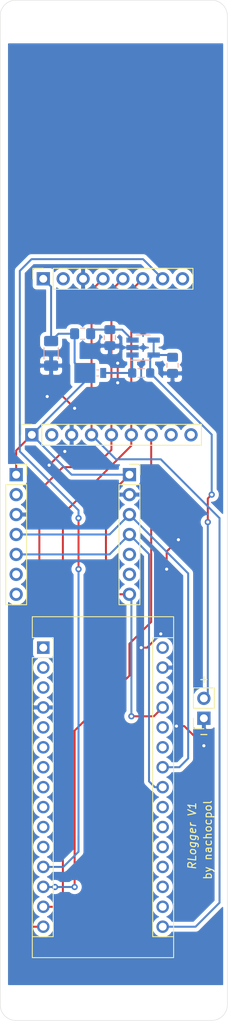
<source format=kicad_pcb>
(kicad_pcb (version 20171130) (host pcbnew "(5.1.9)-1")

  (general
    (thickness 1.6)
    (drawings 30)
    (tracks 132)
    (zones 0)
    (modules 15)
    (nets 43)
  )

  (page A4)
  (layers
    (0 F.Cu signal)
    (31 B.Cu signal)
    (32 B.Adhes user)
    (33 F.Adhes user)
    (34 B.Paste user)
    (35 F.Paste user)
    (36 B.SilkS user)
    (37 F.SilkS user)
    (38 B.Mask user)
    (39 F.Mask user)
    (40 Dwgs.User user)
    (41 Cmts.User user)
    (42 Eco1.User user)
    (43 Eco2.User user)
    (44 Edge.Cuts user)
    (45 Margin user)
    (46 B.CrtYd user)
    (47 F.CrtYd user)
    (48 B.Fab user)
    (49 F.Fab user hide)
  )

  (setup
    (last_trace_width 0.25)
    (trace_clearance 0.2)
    (zone_clearance 0.508)
    (zone_45_only no)
    (trace_min 0.2)
    (via_size 0.8)
    (via_drill 0.4)
    (via_min_size 0.3)
    (via_min_drill 0.3)
    (uvia_size 0.3)
    (uvia_drill 0.1)
    (uvias_allowed no)
    (uvia_min_size 0.2)
    (uvia_min_drill 0.1)
    (edge_width 0.05)
    (segment_width 0.2)
    (pcb_text_width 0.3)
    (pcb_text_size 1.5 1.5)
    (mod_edge_width 0.12)
    (mod_text_size 1 1)
    (mod_text_width 0.15)
    (pad_size 1.524 1.524)
    (pad_drill 0.762)
    (pad_to_mask_clearance 0)
    (aux_axis_origin 0 0)
    (visible_elements 7FFFFFFF)
    (pcbplotparams
      (layerselection 0x010fc_ffffffff)
      (usegerberextensions false)
      (usegerberattributes true)
      (usegerberadvancedattributes true)
      (creategerberjobfile true)
      (excludeedgelayer true)
      (linewidth 0.100000)
      (plotframeref false)
      (viasonmask false)
      (mode 1)
      (useauxorigin false)
      (hpglpennumber 1)
      (hpglpenspeed 20)
      (hpglpendiameter 15.000000)
      (psnegative false)
      (psa4output false)
      (plotreference true)
      (plotvalue false)
      (plotinvisibletext false)
      (padsonsilk false)
      (subtractmaskfromsilk false)
      (outputformat 1)
      (mirror false)
      (drillshape 0)
      (scaleselection 1)
      (outputdirectory "Fabrication/"))
  )

  (net 0 "")
  (net 1 "Net-(A1-Pad1)")
  (net 2 "Net-(A1-Pad17)")
  (net 3 "Net-(A1-Pad2)")
  (net 4 "Net-(A1-Pad18)")
  (net 5 "Net-(A1-Pad3)")
  (net 6 "Net-(A1-Pad19)")
  (net 7 GND)
  (net 8 "Net-(A1-Pad20)")
  (net 9 "Net-(A1-Pad5)")
  (net 10 "Net-(A1-Pad21)")
  (net 11 "Net-(A1-Pad6)")
  (net 12 "Net-(A1-Pad22)")
  (net 13 "Net-(A1-Pad7)")
  (net 14 /SDA)
  (net 15 "Net-(A1-Pad8)")
  (net 16 /SCL)
  (net 17 "Net-(A1-Pad9)")
  (net 18 "Net-(A1-Pad25)")
  (net 19 "Net-(A1-Pad10)")
  (net 20 "Net-(A1-Pad26)")
  (net 21 "Net-(A1-Pad11)")
  (net 22 "Net-(A1-Pad28)")
  (net 23 /DI)
  (net 24 "Net-(A1-Pad30)")
  (net 25 /DO)
  (net 26 /SCK)
  (net 27 +BATT)
  (net 28 "Net-(D1-Pad2)")
  (net 29 "Net-(J2-Pad6)")
  (net 30 "Net-(J2-Pad5)")
  (net 31 /+5V)
  (net 32 "Net-(J3-Pad2)")
  (net 33 "Net-(J3-Pad8)")
  (net 34 "Net-(J3-Pad9)")
  (net 35 "Net-(J4-Pad2)")
  (net 36 "Net-(J4-Pad8)")
  (net 37 "Net-(J5-Pad2)")
  (net 38 "Net-(J5-Pad6)")
  (net 39 "Net-(J5-Pad7)")
  (net 40 "Net-(R1-Pad2)")
  (net 41 /SS1)
  (net 42 /SS0)

  (net_class Default "This is the default net class."
    (clearance 0.2)
    (trace_width 0.25)
    (via_dia 0.8)
    (via_drill 0.4)
    (uvia_dia 0.3)
    (uvia_drill 0.1)
    (add_net +BATT)
    (add_net /+5V)
    (add_net /DI)
    (add_net /DO)
    (add_net /SCK)
    (add_net /SCL)
    (add_net /SDA)
    (add_net /SS0)
    (add_net /SS1)
    (add_net GND)
    (add_net "Net-(A1-Pad1)")
    (add_net "Net-(A1-Pad10)")
    (add_net "Net-(A1-Pad11)")
    (add_net "Net-(A1-Pad17)")
    (add_net "Net-(A1-Pad18)")
    (add_net "Net-(A1-Pad19)")
    (add_net "Net-(A1-Pad2)")
    (add_net "Net-(A1-Pad20)")
    (add_net "Net-(A1-Pad21)")
    (add_net "Net-(A1-Pad22)")
    (add_net "Net-(A1-Pad25)")
    (add_net "Net-(A1-Pad26)")
    (add_net "Net-(A1-Pad28)")
    (add_net "Net-(A1-Pad3)")
    (add_net "Net-(A1-Pad30)")
    (add_net "Net-(A1-Pad5)")
    (add_net "Net-(A1-Pad6)")
    (add_net "Net-(A1-Pad7)")
    (add_net "Net-(A1-Pad8)")
    (add_net "Net-(A1-Pad9)")
    (add_net "Net-(D1-Pad2)")
    (add_net "Net-(J2-Pad5)")
    (add_net "Net-(J2-Pad6)")
    (add_net "Net-(J3-Pad2)")
    (add_net "Net-(J3-Pad8)")
    (add_net "Net-(J3-Pad9)")
    (add_net "Net-(J4-Pad2)")
    (add_net "Net-(J4-Pad8)")
    (add_net "Net-(J5-Pad2)")
    (add_net "Net-(J5-Pad6)")
    (add_net "Net-(J5-Pad7)")
    (add_net "Net-(R1-Pad2)")
  )

  (module MountingHole:MountingHole_2.2mm_M2 (layer F.Cu) (tedit 56D1B4CB) (tstamp 60930805)
    (at 144 162.5)
    (descr "Mounting Hole 2.2mm, no annular, M2")
    (tags "mounting hole 2.2mm no annular m2")
    (path /609352AC)
    (attr virtual)
    (fp_text reference H2 (at 0 -3.2) (layer F.Fab)
      (effects (font (size 1 1) (thickness 0.15)))
    )
    (fp_text value MountingHole (at 0 3.2) (layer F.Fab)
      (effects (font (size 1 1) (thickness 0.15)))
    )
    (fp_circle (center 0 0) (end 2.45 0) (layer F.CrtYd) (width 0.05))
    (fp_circle (center 0 0) (end 2.2 0) (layer Cmts.User) (width 0.15))
    (fp_text user %R (at 0.3 0) (layer F.Fab)
      (effects (font (size 1 1) (thickness 0.15)))
    )
    (pad 1 np_thru_hole circle (at 0 0) (size 2.2 2.2) (drill 2.2) (layers *.Cu *.Mask))
  )

  (module MountingHole:MountingHole_2.2mm_M2 (layer F.Cu) (tedit 56D1B4CB) (tstamp 609307FD)
    (at 144 37)
    (descr "Mounting Hole 2.2mm, no annular, M2")
    (tags "mounting hole 2.2mm no annular m2")
    (path /60931938)
    (attr virtual)
    (fp_text reference H1 (at 0 -3.2) (layer F.Fab)
      (effects (font (size 1 1) (thickness 0.15)))
    )
    (fp_text value MountingHole (at 0 3.2) (layer F.Fab)
      (effects (font (size 1 1) (thickness 0.15)))
    )
    (fp_circle (center 0 0) (end 2.45 0) (layer F.CrtYd) (width 0.05))
    (fp_circle (center 0 0) (end 2.2 0) (layer Cmts.User) (width 0.15))
    (fp_text user %R (at 0.3 0) (layer F.Fab)
      (effects (font (size 1 1) (thickness 0.15)))
    )
    (pad 1 np_thru_hole circle (at 0 0) (size 2.2 2.2) (drill 2.2) (layers *.Cu *.Mask))
  )

  (module Module:Arduino_Nano locked (layer F.Cu) (tedit 58ACAF70) (tstamp 609066E9)
    (at 135 117)
    (descr "Arduino Nano, http://www.mouser.com/pdfdocs/Gravitech_Arduino_Nano3_0.pdf")
    (tags "Arduino Nano")
    (path /6083FCEE)
    (fp_text reference A1 (at 18 -3.5) (layer F.SilkS) hide
      (effects (font (size 1 1) (thickness 0.15)))
    )
    (fp_text value Arduino_Nano_v3.x (at 6.96 37.64 180) (layer F.Fab)
      (effects (font (size 1 1) (thickness 0.15)))
    )
    (fp_line (start 16.75 42.16) (end -1.53 42.16) (layer F.CrtYd) (width 0.05))
    (fp_line (start 16.75 42.16) (end 16.75 -4.06) (layer F.CrtYd) (width 0.05))
    (fp_line (start -1.53 -4.06) (end -1.53 42.16) (layer F.CrtYd) (width 0.05))
    (fp_line (start -1.53 -4.06) (end 16.75 -4.06) (layer F.CrtYd) (width 0.05))
    (fp_line (start 16.51 -3.81) (end 16.51 39.37) (layer F.Fab) (width 0.1))
    (fp_line (start 0 -3.81) (end 16.51 -3.81) (layer F.Fab) (width 0.1))
    (fp_line (start -1.27 -2.54) (end 0 -3.81) (layer F.Fab) (width 0.1))
    (fp_line (start -1.27 39.37) (end -1.27 -2.54) (layer F.Fab) (width 0.1))
    (fp_line (start 16.51 39.37) (end -1.27 39.37) (layer F.Fab) (width 0.1))
    (fp_line (start 16.64 -3.94) (end -1.4 -3.94) (layer F.SilkS) (width 0.12))
    (fp_line (start 16.64 39.5) (end 16.64 -3.94) (layer F.SilkS) (width 0.12))
    (fp_line (start -1.4 39.5) (end 16.64 39.5) (layer F.SilkS) (width 0.12))
    (fp_line (start 3.81 41.91) (end 3.81 31.75) (layer F.Fab) (width 0.1))
    (fp_line (start 11.43 41.91) (end 3.81 41.91) (layer F.Fab) (width 0.1))
    (fp_line (start 11.43 31.75) (end 11.43 41.91) (layer F.Fab) (width 0.1))
    (fp_line (start 3.81 31.75) (end 11.43 31.75) (layer F.Fab) (width 0.1))
    (fp_line (start 1.27 36.83) (end -1.4 36.83) (layer F.SilkS) (width 0.12))
    (fp_line (start 1.27 1.27) (end 1.27 36.83) (layer F.SilkS) (width 0.12))
    (fp_line (start 1.27 1.27) (end -1.4 1.27) (layer F.SilkS) (width 0.12))
    (fp_line (start 13.97 36.83) (end 16.64 36.83) (layer F.SilkS) (width 0.12))
    (fp_line (start 13.97 -1.27) (end 13.97 36.83) (layer F.SilkS) (width 0.12))
    (fp_line (start 13.97 -1.27) (end 16.64 -1.27) (layer F.SilkS) (width 0.12))
    (fp_line (start -1.4 -3.94) (end -1.4 -1.27) (layer F.SilkS) (width 0.12))
    (fp_line (start -1.4 1.27) (end -1.4 39.5) (layer F.SilkS) (width 0.12))
    (fp_line (start 1.27 -1.27) (end -1.4 -1.27) (layer F.SilkS) (width 0.12))
    (fp_line (start 1.27 1.27) (end 1.27 -1.27) (layer F.SilkS) (width 0.12))
    (fp_text user %R (at 2.96 35.64 180) (layer F.Fab)
      (effects (font (size 1 1) (thickness 0.15)))
    )
    (pad 1 thru_hole rect (at 0 0) (size 1.6 1.6) (drill 1) (layers *.Cu *.Mask)
      (net 1 "Net-(A1-Pad1)"))
    (pad 17 thru_hole oval (at 15.24 33.02) (size 1.6 1.6) (drill 1) (layers *.Cu *.Mask)
      (net 2 "Net-(A1-Pad17)"))
    (pad 2 thru_hole oval (at 0 2.54) (size 1.6 1.6) (drill 1) (layers *.Cu *.Mask)
      (net 3 "Net-(A1-Pad2)"))
    (pad 18 thru_hole oval (at 15.24 30.48) (size 1.6 1.6) (drill 1) (layers *.Cu *.Mask)
      (net 4 "Net-(A1-Pad18)"))
    (pad 3 thru_hole oval (at 0 5.08) (size 1.6 1.6) (drill 1) (layers *.Cu *.Mask)
      (net 5 "Net-(A1-Pad3)"))
    (pad 19 thru_hole oval (at 15.24 27.94) (size 1.6 1.6) (drill 1) (layers *.Cu *.Mask)
      (net 6 "Net-(A1-Pad19)"))
    (pad 4 thru_hole oval (at 0 7.62) (size 1.6 1.6) (drill 1) (layers *.Cu *.Mask)
      (net 7 GND))
    (pad 20 thru_hole oval (at 15.24 25.4) (size 1.6 1.6) (drill 1) (layers *.Cu *.Mask)
      (net 8 "Net-(A1-Pad20)"))
    (pad 5 thru_hole oval (at 0 10.16) (size 1.6 1.6) (drill 1) (layers *.Cu *.Mask)
      (net 9 "Net-(A1-Pad5)"))
    (pad 21 thru_hole oval (at 15.24 22.86) (size 1.6 1.6) (drill 1) (layers *.Cu *.Mask)
      (net 10 "Net-(A1-Pad21)"))
    (pad 6 thru_hole oval (at 0 12.7) (size 1.6 1.6) (drill 1) (layers *.Cu *.Mask)
      (net 11 "Net-(A1-Pad6)"))
    (pad 22 thru_hole oval (at 15.24 20.32) (size 1.6 1.6) (drill 1) (layers *.Cu *.Mask)
      (net 12 "Net-(A1-Pad22)"))
    (pad 7 thru_hole oval (at 0 15.24) (size 1.6 1.6) (drill 1) (layers *.Cu *.Mask)
      (net 13 "Net-(A1-Pad7)"))
    (pad 23 thru_hole oval (at 15.24 17.78) (size 1.6 1.6) (drill 1) (layers *.Cu *.Mask)
      (net 14 /SDA))
    (pad 8 thru_hole oval (at 0 17.78) (size 1.6 1.6) (drill 1) (layers *.Cu *.Mask)
      (net 15 "Net-(A1-Pad8)"))
    (pad 24 thru_hole oval (at 15.24 15.24) (size 1.6 1.6) (drill 1) (layers *.Cu *.Mask)
      (net 16 /SCL))
    (pad 9 thru_hole oval (at 0 20.32) (size 1.6 1.6) (drill 1) (layers *.Cu *.Mask)
      (net 17 "Net-(A1-Pad9)"))
    (pad 25 thru_hole oval (at 15.24 12.7) (size 1.6 1.6) (drill 1) (layers *.Cu *.Mask)
      (net 18 "Net-(A1-Pad25)"))
    (pad 10 thru_hole oval (at 0 22.86) (size 1.6 1.6) (drill 1) (layers *.Cu *.Mask)
      (net 19 "Net-(A1-Pad10)"))
    (pad 26 thru_hole oval (at 15.24 10.16) (size 1.6 1.6) (drill 1) (layers *.Cu *.Mask)
      (net 20 "Net-(A1-Pad26)"))
    (pad 11 thru_hole oval (at 0 25.4) (size 1.6 1.6) (drill 1) (layers *.Cu *.Mask)
      (net 21 "Net-(A1-Pad11)"))
    (pad 27 thru_hole oval (at 15.24 7.62) (size 1.6 1.6) (drill 1) (layers *.Cu *.Mask)
      (net 31 /+5V))
    (pad 12 thru_hole oval (at 0 27.94) (size 1.6 1.6) (drill 1) (layers *.Cu *.Mask)
      (net 41 /SS1))
    (pad 28 thru_hole oval (at 15.24 5.08) (size 1.6 1.6) (drill 1) (layers *.Cu *.Mask)
      (net 22 "Net-(A1-Pad28)"))
    (pad 13 thru_hole oval (at 0 30.48) (size 1.6 1.6) (drill 1) (layers *.Cu *.Mask)
      (net 42 /SS0))
    (pad 29 thru_hole oval (at 15.24 2.54) (size 1.6 1.6) (drill 1) (layers *.Cu *.Mask)
      (net 7 GND))
    (pad 14 thru_hole oval (at 0 33.02) (size 1.6 1.6) (drill 1) (layers *.Cu *.Mask)
      (net 23 /DI))
    (pad 30 thru_hole oval (at 15.24 0) (size 1.6 1.6) (drill 1) (layers *.Cu *.Mask)
      (net 24 "Net-(A1-Pad30)"))
    (pad 15 thru_hole oval (at 0 35.56) (size 1.6 1.6) (drill 1) (layers *.Cu *.Mask)
      (net 25 /DO))
    (pad 16 thru_hole oval (at 15.24 35.56) (size 1.6 1.6) (drill 1) (layers *.Cu *.Mask)
      (net 26 /SCK))
    (model ${KISYS3DMOD}/Module.3dshapes/Arduino_Nano_WithMountingHoles.wrl
      (at (xyz 0 0 0))
      (scale (xyz 1 1 1))
      (rotate (xyz 0 0 0))
    )
  )

  (module Capacitor_SMD:C_0805_2012Metric_Pad1.15x1.40mm_HandSolder (layer B.Cu) (tedit 5B36C52B) (tstamp 609057B5)
    (at 151.5 81.025 270)
    (descr "Capacitor SMD 0805 (2012 Metric), square (rectangular) end terminal, IPC_7351 nominal with elongated pad for handsoldering. (Body size source: https://docs.google.com/spreadsheets/d/1BsfQQcO9C6DZCsRaXUlFlo91Tg2WpOkGARC1WS5S8t0/edit?usp=sharing), generated with kicad-footprint-generator")
    (tags "capacitor handsolder")
    (path /6099B342)
    (attr smd)
    (fp_text reference C1 (at -2.5 0 180) (layer F.Fab)
      (effects (font (size 1 1) (thickness 0.15)) (justify mirror))
    )
    (fp_text value 4.7uF (at 0 -1.65 90) (layer B.Fab)
      (effects (font (size 1 1) (thickness 0.15)) (justify mirror))
    )
    (fp_line (start 1.85 -0.95) (end -1.85 -0.95) (layer B.CrtYd) (width 0.05))
    (fp_line (start 1.85 0.95) (end 1.85 -0.95) (layer B.CrtYd) (width 0.05))
    (fp_line (start -1.85 0.95) (end 1.85 0.95) (layer B.CrtYd) (width 0.05))
    (fp_line (start -1.85 -0.95) (end -1.85 0.95) (layer B.CrtYd) (width 0.05))
    (fp_line (start -0.261252 -0.71) (end 0.261252 -0.71) (layer B.SilkS) (width 0.12))
    (fp_line (start -0.261252 0.71) (end 0.261252 0.71) (layer B.SilkS) (width 0.12))
    (fp_line (start 1 -0.6) (end -1 -0.6) (layer B.Fab) (width 0.1))
    (fp_line (start 1 0.6) (end 1 -0.6) (layer B.Fab) (width 0.1))
    (fp_line (start -1 0.6) (end 1 0.6) (layer B.Fab) (width 0.1))
    (fp_line (start -1 -0.6) (end -1 0.6) (layer B.Fab) (width 0.1))
    (fp_text user %R (at -0.104995 -0.18 90) (layer B.Fab)
      (effects (font (size 0.5 0.5) (thickness 0.08)) (justify mirror))
    )
    (pad 1 smd roundrect (at -1.025 0 270) (size 1.15 1.4) (layers B.Cu B.Paste B.Mask) (roundrect_rratio 0.2173904347826087)
      (net 27 +BATT))
    (pad 2 smd roundrect (at 1.025 0 270) (size 1.15 1.4) (layers B.Cu B.Paste B.Mask) (roundrect_rratio 0.2173904347826087)
      (net 7 GND))
    (model ${KISYS3DMOD}/Capacitor_SMD.3dshapes/C_0805_2012Metric.wrl
      (at (xyz 0 0 0))
      (scale (xyz 1 1 1))
      (rotate (xyz 0 0 0))
    )
  )

  (module Capacitor_SMD:C_1206_3216Metric_Pad1.33x1.80mm_HandSolder (layer B.Cu) (tedit 5F68FEEF) (tstamp 609057C6)
    (at 136 79.5 270)
    (descr "Capacitor SMD 1206 (3216 Metric), square (rectangular) end terminal, IPC_7351 nominal with elongated pad for handsoldering. (Body size source: IPC-SM-782 page 76, https://www.pcb-3d.com/wordpress/wp-content/uploads/ipc-sm-782a_amendment_1_and_2.pdf), generated with kicad-footprint-generator")
    (tags "capacitor handsolder")
    (path /6093AD85)
    (attr smd)
    (fp_text reference C2 (at 0.5 2.5 180) (layer F.Fab)
      (effects (font (size 1 1) (thickness 0.15)) (justify mirror))
    )
    (fp_text value 22uF (at 0 -1.85 90) (layer B.Fab)
      (effects (font (size 1 1) (thickness 0.15)) (justify mirror))
    )
    (fp_line (start 2.48 -1.15) (end -2.48 -1.15) (layer B.CrtYd) (width 0.05))
    (fp_line (start 2.48 1.15) (end 2.48 -1.15) (layer B.CrtYd) (width 0.05))
    (fp_line (start -2.48 1.15) (end 2.48 1.15) (layer B.CrtYd) (width 0.05))
    (fp_line (start -2.48 -1.15) (end -2.48 1.15) (layer B.CrtYd) (width 0.05))
    (fp_line (start -0.711252 -0.91) (end 0.711252 -0.91) (layer B.SilkS) (width 0.12))
    (fp_line (start -0.711252 0.91) (end 0.711252 0.91) (layer B.SilkS) (width 0.12))
    (fp_line (start 1.6 -0.8) (end -1.6 -0.8) (layer B.Fab) (width 0.1))
    (fp_line (start 1.6 0.8) (end 1.6 -0.8) (layer B.Fab) (width 0.1))
    (fp_line (start -1.6 0.8) (end 1.6 0.8) (layer B.Fab) (width 0.1))
    (fp_line (start -1.6 -0.8) (end -1.6 0.8) (layer B.Fab) (width 0.1))
    (fp_text user %R (at 0 0 90) (layer B.Fab) hide
      (effects (font (size 0.8 0.8) (thickness 0.12)) (justify mirror))
    )
    (pad 1 smd roundrect (at -1.5625 0 270) (size 1.325 1.8) (layers B.Cu B.Paste B.Mask) (roundrect_rratio 0.1886784905660377)
      (net 31 /+5V))
    (pad 2 smd roundrect (at 1.5625 0 270) (size 1.325 1.8) (layers B.Cu B.Paste B.Mask) (roundrect_rratio 0.1886784905660377)
      (net 7 GND))
    (model ${KISYS3DMOD}/Capacitor_SMD.3dshapes/C_1206_3216Metric.wrl
      (at (xyz 0 0 0))
      (scale (xyz 1 1 1))
      (rotate (xyz 0 0 0))
    )
  )

  (module Diode_SMD:D_Powermite_AK (layer B.Cu) (tedit 59B1DBE6) (tstamp 609057ED)
    (at 141 82)
    (descr "Microsemi Powermite SMD power package (https://www.microsemi.com/packaging-information/partpackage/details?pid=5339, https://www.onsemi.com/pub/Collateral/457-04.PDF)")
    (tags Powermite)
    (path /6093DFC5)
    (attr smd)
    (fp_text reference D1 (at -1 2.5) (layer F.Fab) hide
      (effects (font (size 1 1) (thickness 0.15)) (justify mirror))
    )
    (fp_text value D_Schottky_Small (at 0 -2.2) (layer B.Fab)
      (effects (font (size 1 1) (thickness 0.15)) (justify mirror))
    )
    (fp_line (start -0.55 -0.2) (end -0.55 0.2) (layer B.Fab) (width 0.1))
    (fp_line (start -0.55 0) (end -0.8 0) (layer B.Fab) (width 0.1))
    (fp_line (start -0.55 0) (end -0.25 -0.2) (layer B.Fab) (width 0.1))
    (fp_line (start -0.25 -0.2) (end -0.25 0.2) (layer B.Fab) (width 0.1))
    (fp_line (start -0.25 0.2) (end -0.55 0) (layer B.Fab) (width 0.1))
    (fp_line (start -0.25 0) (end 0 0) (layer B.Fab) (width 0.1))
    (fp_line (start 1.1 0.385) (end 0.8 0.385) (layer B.SilkS) (width 0.12))
    (fp_line (start 1.1 -0.385) (end 0.8 -0.385) (layer B.SilkS) (width 0.12))
    (fp_line (start 1.97 -0.265) (end 0.555 -0.265) (layer B.Fab) (width 0.1))
    (fp_line (start 1.97 0.265) (end 0.555 0.265) (layer B.Fab) (width 0.1))
    (fp_line (start 1.97 -0.265) (end 1.97 0.265) (layer B.Fab) (width 0.1))
    (fp_line (start -1.345 -0.95) (end 0.555 -0.95) (layer B.Fab) (width 0.1))
    (fp_line (start -1.345 0.95) (end -1.345 -0.95) (layer B.Fab) (width 0.1))
    (fp_line (start 0.555 0.95) (end -1.345 0.95) (layer B.Fab) (width 0.1))
    (fp_line (start 0.555 -0.95) (end 0.555 0.95) (layer B.Fab) (width 0.1))
    (fp_line (start -1.88 0.43) (end -1.345 0.43) (layer B.Fab) (width 0.1))
    (fp_line (start -1.88 -0.43) (end -1.88 0.43) (layer B.Fab) (width 0.1))
    (fp_line (start -1.345 -0.43) (end -1.88 -0.43) (layer B.Fab) (width 0.1))
    (fp_line (start -2.29 -1.52) (end 0.89 -1.52) (layer B.CrtYd) (width 0.05))
    (fp_line (start 0.89 -1.52) (end 0.89 -0.89) (layer B.CrtYd) (width 0.05))
    (fp_line (start 0.89 -0.89) (end 2.29 -0.89) (layer B.CrtYd) (width 0.05))
    (fp_line (start 2.29 -0.89) (end 2.29 0.89) (layer B.CrtYd) (width 0.05))
    (fp_line (start 2.29 0.89) (end 0.89 0.89) (layer B.CrtYd) (width 0.05))
    (fp_line (start 0.89 0.89) (end 0.89 1.52) (layer B.CrtYd) (width 0.05))
    (fp_line (start 0.89 1.52) (end -2.29 1.52) (layer B.CrtYd) (width 0.05))
    (fp_line (start -2.29 1.52) (end -2.29 -1.52) (layer B.CrtYd) (width 0.05))
    (fp_line (start -0.55 -0.2) (end -0.55 0.2) (layer B.Fab) (width 0.1))
    (fp_line (start -0.55 0) (end -0.8 0) (layer B.Fab) (width 0.1))
    (fp_line (start -0.55 0) (end -0.25 -0.2) (layer B.Fab) (width 0.1))
    (fp_line (start -0.25 -0.2) (end -0.25 0.2) (layer B.Fab) (width 0.1))
    (fp_line (start -0.25 0.2) (end -0.55 0) (layer B.Fab) (width 0.1))
    (fp_line (start -0.25 0) (end 0 0) (layer B.Fab) (width 0.1))
    (fp_text user %R (at -0.4 0.5) (layer B.Fab)
      (effects (font (size 0.4 0.4) (thickness 0.06)) (justify mirror))
    )
    (pad 2 smd rect (at 1.6525 0) (size 0.762 1.27) (layers B.Cu B.Paste B.Mask)
      (net 28 "Net-(D1-Pad2)"))
    (pad 1 smd rect (at -0.6985 0) (size 2.67 2.54) (layers B.Cu B.Paste B.Mask)
      (net 31 /+5V))
    (model ${KISYS3DMOD}/Diode_SMD.3dshapes/D_Powermite_AK.wrl
      (at (xyz 0 0 0))
      (scale (xyz 1 1 1))
      (rotate (xyz 0 0 0))
    )
  )

  (module Connector_PinSocket_2.54mm:PinSocket_1x02_P2.54mm_Vertical (layer F.Cu) (tedit 5A19A420) (tstamp 60905803)
    (at 155.5 126 180)
    (descr "Through hole straight socket strip, 1x02, 2.54mm pitch, single row (from Kicad 4.0.7), script generated")
    (tags "Through hole socket strip THT 1x02 2.54mm single row")
    (path /609558EB)
    (fp_text reference J1 (at 2.5 1.5) (layer F.SilkS) hide
      (effects (font (size 1 1) (thickness 0.15)))
    )
    (fp_text value "Bat Connector" (at -0.5 -7.96 270) (layer F.Fab)
      (effects (font (size 1 1) (thickness 0.15)))
    )
    (fp_line (start -1.8 4.3) (end -1.8 -1.8) (layer F.CrtYd) (width 0.05))
    (fp_line (start 1.75 4.3) (end -1.8 4.3) (layer F.CrtYd) (width 0.05))
    (fp_line (start 1.75 -1.8) (end 1.75 4.3) (layer F.CrtYd) (width 0.05))
    (fp_line (start -1.8 -1.8) (end 1.75 -1.8) (layer F.CrtYd) (width 0.05))
    (fp_line (start 0 -1.33) (end 1.33 -1.33) (layer F.SilkS) (width 0.12))
    (fp_line (start 1.33 -1.33) (end 1.33 0) (layer F.SilkS) (width 0.12))
    (fp_line (start 1.33 1.27) (end 1.33 3.87) (layer F.SilkS) (width 0.12))
    (fp_line (start -1.33 3.87) (end 1.33 3.87) (layer F.SilkS) (width 0.12))
    (fp_line (start -1.33 1.27) (end -1.33 3.87) (layer F.SilkS) (width 0.12))
    (fp_line (start -1.33 1.27) (end 1.33 1.27) (layer F.SilkS) (width 0.12))
    (fp_line (start -1.27 3.81) (end -1.27 -1.27) (layer F.Fab) (width 0.1))
    (fp_line (start 1.27 3.81) (end -1.27 3.81) (layer F.Fab) (width 0.1))
    (fp_line (start 1.27 -0.635) (end 1.27 3.81) (layer F.Fab) (width 0.1))
    (fp_line (start 0.635 -1.27) (end 1.27 -0.635) (layer F.Fab) (width 0.1))
    (fp_line (start -1.27 -1.27) (end 0.635 -1.27) (layer F.Fab) (width 0.1))
    (fp_text user %R (at -2.5 -0.96 90) (layer F.Fab)
      (effects (font (size 1 1) (thickness 0.15)))
    )
    (pad 1 thru_hole rect (at 0 0 180) (size 1.7 1.7) (drill 1) (layers *.Cu *.Mask)
      (net 7 GND))
    (pad 2 thru_hole oval (at 0 2.54 180) (size 1.7 1.7) (drill 1) (layers *.Cu *.Mask)
      (net 27 +BATT))
    (model ${KISYS3DMOD}/Connector_PinSocket_2.54mm.3dshapes/PinSocket_1x02_P2.54mm_Vertical.wrl
      (at (xyz 0 0 0))
      (scale (xyz 1 1 1))
      (rotate (xyz 0 0 0))
    )
  )

  (module Connector_PinSocket_2.54mm:PinSocket_1x07_P2.54mm_Vertical locked (layer F.Cu) (tedit 5A19A433) (tstamp 60906943)
    (at 146 94.96)
    (descr "Through hole straight socket strip, 1x07, 2.54mm pitch, single row (from Kicad 4.0.7), script generated")
    (tags "Through hole socket strip THT 1x07 2.54mm single row")
    (path /60844CC8)
    (fp_text reference J2 (at 11 -0.46) (layer F.SilkS) hide
      (effects (font (size 1 1) (thickness 0.15)))
    )
    (fp_text value Baro (at 6.5 16.04) (layer F.Fab)
      (effects (font (size 1 1) (thickness 0.15)))
    )
    (fp_line (start -1.27 -1.27) (end 0.635 -1.27) (layer F.Fab) (width 0.1))
    (fp_line (start 0.635 -1.27) (end 1.27 -0.635) (layer F.Fab) (width 0.1))
    (fp_line (start 1.27 -0.635) (end 1.27 16.51) (layer F.Fab) (width 0.1))
    (fp_line (start 1.27 16.51) (end -1.27 16.51) (layer F.Fab) (width 0.1))
    (fp_line (start -1.27 16.51) (end -1.27 -1.27) (layer F.Fab) (width 0.1))
    (fp_line (start -1.33 1.27) (end 1.33 1.27) (layer F.SilkS) (width 0.12))
    (fp_line (start -1.33 1.27) (end -1.33 16.57) (layer F.SilkS) (width 0.12))
    (fp_line (start -1.33 16.57) (end 1.33 16.57) (layer F.SilkS) (width 0.12))
    (fp_line (start 1.33 1.27) (end 1.33 16.57) (layer F.SilkS) (width 0.12))
    (fp_line (start 1.33 -1.33) (end 1.33 0) (layer F.SilkS) (width 0.12))
    (fp_line (start 0 -1.33) (end 1.33 -1.33) (layer F.SilkS) (width 0.12))
    (fp_line (start -1.8 -1.8) (end 1.75 -1.8) (layer F.CrtYd) (width 0.05))
    (fp_line (start 1.75 -1.8) (end 1.75 17) (layer F.CrtYd) (width 0.05))
    (fp_line (start 1.75 17) (end -1.8 17) (layer F.CrtYd) (width 0.05))
    (fp_line (start -1.8 17) (end -1.8 -1.8) (layer F.CrtYd) (width 0.05))
    (fp_text user %R (at 0 7.62 90) (layer F.Fab)
      (effects (font (size 1 1) (thickness 0.15)))
    )
    (pad 7 thru_hole oval (at 0 15.24) (size 1.7 1.7) (drill 1) (layers *.Cu *.Mask)
      (net 31 /+5V))
    (pad 6 thru_hole oval (at 0 12.7) (size 1.7 1.7) (drill 1) (layers *.Cu *.Mask)
      (net 29 "Net-(J2-Pad6)"))
    (pad 5 thru_hole oval (at 0 10.16) (size 1.7 1.7) (drill 1) (layers *.Cu *.Mask)
      (net 30 "Net-(J2-Pad5)"))
    (pad 4 thru_hole oval (at 0 7.62) (size 1.7 1.7) (drill 1) (layers *.Cu *.Mask)
      (net 14 /SDA))
    (pad 3 thru_hole oval (at 0 5.08) (size 1.7 1.7) (drill 1) (layers *.Cu *.Mask)
      (net 16 /SCL))
    (pad 2 thru_hole oval (at 0 2.54) (size 1.7 1.7) (drill 1) (layers *.Cu *.Mask)
      (net 7 GND))
    (pad 1 thru_hole rect (at 0 0) (size 1.7 1.7) (drill 1) (layers *.Cu *.Mask)
      (net 31 /+5V))
    (model ${KISYS3DMOD}/Connector_PinSocket_2.54mm.3dshapes/PinSocket_1x07_P2.54mm_Vertical.wrl
      (at (xyz 0 0 0))
      (scale (xyz 1 1 1))
      (rotate (xyz 0 0 0))
    )
  )

  (module Connector_PinSocket_2.54mm:PinSocket_1x09_P2.54mm_Vertical (layer F.Cu) (tedit 5A19A431) (tstamp 6090583B)
    (at 133.54 89.88 90)
    (descr "Through hole straight socket strip, 1x09, 2.54mm pitch, single row (from Kicad 4.0.7), script generated")
    (tags "Through hole socket strip THT 1x09 2.54mm single row")
    (path /60845B10)
    (fp_text reference J3 (at 2.38 -1.54 180) (layer F.SilkS) hide
      (effects (font (size 1 1) (thickness 0.15)))
    )
    (fp_text value FRAM (at 2.88 19.96 180) (layer F.Fab)
      (effects (font (size 1 1) (thickness 0.15)))
    )
    (fp_line (start -1.8 22.1) (end -1.8 -1.8) (layer F.CrtYd) (width 0.05))
    (fp_line (start 1.75 22.1) (end -1.8 22.1) (layer F.CrtYd) (width 0.05))
    (fp_line (start 1.75 -1.8) (end 1.75 22.1) (layer F.CrtYd) (width 0.05))
    (fp_line (start -1.8 -1.8) (end 1.75 -1.8) (layer F.CrtYd) (width 0.05))
    (fp_line (start 0 -1.33) (end 1.33 -1.33) (layer F.SilkS) (width 0.12))
    (fp_line (start 1.33 -1.33) (end 1.33 0) (layer F.SilkS) (width 0.12))
    (fp_line (start 1.33 1.27) (end 1.33 21.65) (layer F.SilkS) (width 0.12))
    (fp_line (start -1.33 21.65) (end 1.33 21.65) (layer F.SilkS) (width 0.12))
    (fp_line (start -1.33 1.27) (end -1.33 21.65) (layer F.SilkS) (width 0.12))
    (fp_line (start -1.33 1.27) (end 1.33 1.27) (layer F.SilkS) (width 0.12))
    (fp_line (start -1.27 21.59) (end -1.27 -1.27) (layer F.Fab) (width 0.1))
    (fp_line (start 1.27 21.59) (end -1.27 21.59) (layer F.Fab) (width 0.1))
    (fp_line (start 1.27 -0.635) (end 1.27 21.59) (layer F.Fab) (width 0.1))
    (fp_line (start 0.635 -1.27) (end 1.27 -0.635) (layer F.Fab) (width 0.1))
    (fp_line (start -1.27 -1.27) (end 0.635 -1.27) (layer F.Fab) (width 0.1))
    (fp_text user %R (at 0 10.16) (layer F.Fab)
      (effects (font (size 1 1) (thickness 0.15)))
    )
    (pad 1 thru_hole rect (at 0 0 90) (size 1.7 1.7) (drill 1) (layers *.Cu *.Mask)
      (net 31 /+5V))
    (pad 2 thru_hole oval (at 0 2.54 90) (size 1.7 1.7) (drill 1) (layers *.Cu *.Mask)
      (net 32 "Net-(J3-Pad2)"))
    (pad 3 thru_hole oval (at 0 5.08 90) (size 1.7 1.7) (drill 1) (layers *.Cu *.Mask)
      (net 7 GND))
    (pad 4 thru_hole oval (at 0 7.62 90) (size 1.7 1.7) (drill 1) (layers *.Cu *.Mask)
      (net 26 /SCK))
    (pad 5 thru_hole oval (at 0 10.16 90) (size 1.7 1.7) (drill 1) (layers *.Cu *.Mask)
      (net 25 /DO))
    (pad 6 thru_hole oval (at 0 12.7 90) (size 1.7 1.7) (drill 1) (layers *.Cu *.Mask)
      (net 23 /DI))
    (pad 7 thru_hole oval (at 0 15.24 90) (size 1.7 1.7) (drill 1) (layers *.Cu *.Mask)
      (net 42 /SS0))
    (pad 8 thru_hole oval (at 0 17.78 90) (size 1.7 1.7) (drill 1) (layers *.Cu *.Mask)
      (net 33 "Net-(J3-Pad8)"))
    (pad 9 thru_hole oval (at 0 20.32 90) (size 1.7 1.7) (drill 1) (layers *.Cu *.Mask)
      (net 34 "Net-(J3-Pad9)"))
    (model ${KISYS3DMOD}/Connector_PinSocket_2.54mm.3dshapes/PinSocket_1x09_P2.54mm_Vertical.wrl
      (at (xyz 0 0 0))
      (scale (xyz 1 1 1))
      (rotate (xyz 0 0 0))
    )
  )

  (module Connector_PinSocket_2.54mm:PinSocket_1x08_P2.54mm_Vertical locked (layer F.Cu) (tedit 5A19A420) (tstamp 60905857)
    (at 135 70 90)
    (descr "Through hole straight socket strip, 1x08, 2.54mm pitch, single row (from Kicad 4.0.7), script generated")
    (tags "Through hole socket strip THT 1x08 2.54mm single row")
    (path /60843AEA)
    (fp_text reference J4 (at 0 -2.77) (layer F.SilkS) hide
      (effects (font (size 1 1) (thickness 0.15)))
    )
    (fp_text value MicroSD (at 2.5 16.5 180) (layer F.Fab)
      (effects (font (size 1 1) (thickness 0.15)))
    )
    (fp_line (start -1.8 19.55) (end -1.8 -1.8) (layer F.CrtYd) (width 0.05))
    (fp_line (start 1.75 19.55) (end -1.8 19.55) (layer F.CrtYd) (width 0.05))
    (fp_line (start 1.75 -1.8) (end 1.75 19.55) (layer F.CrtYd) (width 0.05))
    (fp_line (start -1.8 -1.8) (end 1.75 -1.8) (layer F.CrtYd) (width 0.05))
    (fp_line (start 0 -1.33) (end 1.33 -1.33) (layer F.SilkS) (width 0.12))
    (fp_line (start 1.33 -1.33) (end 1.33 0) (layer F.SilkS) (width 0.12))
    (fp_line (start 1.33 1.27) (end 1.33 19.11) (layer F.SilkS) (width 0.12))
    (fp_line (start -1.33 19.11) (end 1.33 19.11) (layer F.SilkS) (width 0.12))
    (fp_line (start -1.33 1.27) (end -1.33 19.11) (layer F.SilkS) (width 0.12))
    (fp_line (start -1.33 1.27) (end 1.33 1.27) (layer F.SilkS) (width 0.12))
    (fp_line (start -1.27 19.05) (end -1.27 -1.27) (layer F.Fab) (width 0.1))
    (fp_line (start 1.27 19.05) (end -1.27 19.05) (layer F.Fab) (width 0.1))
    (fp_line (start 1.27 -0.635) (end 1.27 19.05) (layer F.Fab) (width 0.1))
    (fp_line (start 0.635 -1.27) (end 1.27 -0.635) (layer F.Fab) (width 0.1))
    (fp_line (start -1.27 -1.27) (end 0.635 -1.27) (layer F.Fab) (width 0.1))
    (fp_text user %R (at 0 8.89) (layer F.Fab)
      (effects (font (size 1 1) (thickness 0.15)))
    )
    (pad 1 thru_hole rect (at 0 0 90) (size 1.7 1.7) (drill 1) (layers *.Cu *.Mask)
      (net 31 /+5V))
    (pad 2 thru_hole oval (at 0 2.54 90) (size 1.7 1.7) (drill 1) (layers *.Cu *.Mask)
      (net 35 "Net-(J4-Pad2)"))
    (pad 3 thru_hole oval (at 0 5.08 90) (size 1.7 1.7) (drill 1) (layers *.Cu *.Mask)
      (net 7 GND))
    (pad 4 thru_hole oval (at 0 7.62 90) (size 1.7 1.7) (drill 1) (layers *.Cu *.Mask)
      (net 26 /SCK))
    (pad 5 thru_hole oval (at 0 10.16 90) (size 1.7 1.7) (drill 1) (layers *.Cu *.Mask)
      (net 25 /DO))
    (pad 6 thru_hole oval (at 0 12.7 90) (size 1.7 1.7) (drill 1) (layers *.Cu *.Mask)
      (net 23 /DI))
    (pad 7 thru_hole oval (at 0 15.24 90) (size 1.7 1.7) (drill 1) (layers *.Cu *.Mask)
      (net 41 /SS1))
    (pad 8 thru_hole oval (at 0 17.78 90) (size 1.7 1.7) (drill 1) (layers *.Cu *.Mask)
      (net 36 "Net-(J4-Pad8)"))
    (model ${KISYS3DMOD}/Connector_PinSocket_2.54mm.3dshapes/PinSocket_1x08_P2.54mm_Vertical.wrl
      (at (xyz 0 0 0))
      (scale (xyz 1 1 1))
      (rotate (xyz 0 0 0))
    )
  )

  (module Connector_PinSocket_2.54mm:PinSocket_1x07_P2.54mm_Vertical locked (layer F.Cu) (tedit 5A19A433) (tstamp 60905872)
    (at 131.54 94.96)
    (descr "Through hole straight socket strip, 1x07, 2.54mm pitch, single row (from Kicad 4.0.7), script generated")
    (tags "Through hole socket strip THT 1x07 2.54mm single row")
    (path /6084440D)
    (fp_text reference J5 (at 10.46 -0.46) (layer F.SilkS) hide
      (effects (font (size 1 1) (thickness 0.15)))
    )
    (fp_text value BMI160 (at 5.46 15.54) (layer F.Fab)
      (effects (font (size 1 1) (thickness 0.15)))
    )
    (fp_line (start -1.8 17) (end -1.8 -1.8) (layer F.CrtYd) (width 0.05))
    (fp_line (start 1.75 17) (end -1.8 17) (layer F.CrtYd) (width 0.05))
    (fp_line (start 1.75 -1.8) (end 1.75 17) (layer F.CrtYd) (width 0.05))
    (fp_line (start -1.8 -1.8) (end 1.75 -1.8) (layer F.CrtYd) (width 0.05))
    (fp_line (start 0 -1.33) (end 1.33 -1.33) (layer F.SilkS) (width 0.12))
    (fp_line (start 1.33 -1.33) (end 1.33 0) (layer F.SilkS) (width 0.12))
    (fp_line (start 1.33 1.27) (end 1.33 16.57) (layer F.SilkS) (width 0.12))
    (fp_line (start -1.33 16.57) (end 1.33 16.57) (layer F.SilkS) (width 0.12))
    (fp_line (start -1.33 1.27) (end -1.33 16.57) (layer F.SilkS) (width 0.12))
    (fp_line (start -1.33 1.27) (end 1.33 1.27) (layer F.SilkS) (width 0.12))
    (fp_line (start -1.27 16.51) (end -1.27 -1.27) (layer F.Fab) (width 0.1))
    (fp_line (start 1.27 16.51) (end -1.27 16.51) (layer F.Fab) (width 0.1))
    (fp_line (start 1.27 -0.635) (end 1.27 16.51) (layer F.Fab) (width 0.1))
    (fp_line (start 0.635 -1.27) (end 1.27 -0.635) (layer F.Fab) (width 0.1))
    (fp_line (start -1.27 -1.27) (end 0.635 -1.27) (layer F.Fab) (width 0.1))
    (fp_text user %R (at 0 7.62 90) (layer F.Fab)
      (effects (font (size 1 1) (thickness 0.15)))
    )
    (pad 1 thru_hole rect (at 0 0) (size 1.7 1.7) (drill 1) (layers *.Cu *.Mask)
      (net 31 /+5V))
    (pad 2 thru_hole oval (at 0 2.54) (size 1.7 1.7) (drill 1) (layers *.Cu *.Mask)
      (net 37 "Net-(J5-Pad2)"))
    (pad 3 thru_hole oval (at 0 5.08) (size 1.7 1.7) (drill 1) (layers *.Cu *.Mask)
      (net 7 GND))
    (pad 4 thru_hole oval (at 0 7.62) (size 1.7 1.7) (drill 1) (layers *.Cu *.Mask)
      (net 16 /SCL))
    (pad 5 thru_hole oval (at 0 10.16) (size 1.7 1.7) (drill 1) (layers *.Cu *.Mask)
      (net 14 /SDA))
    (pad 6 thru_hole oval (at 0 12.7) (size 1.7 1.7) (drill 1) (layers *.Cu *.Mask)
      (net 38 "Net-(J5-Pad6)"))
    (pad 7 thru_hole oval (at 0 15.24) (size 1.7 1.7) (drill 1) (layers *.Cu *.Mask)
      (net 39 "Net-(J5-Pad7)"))
    (model ${KISYS3DMOD}/Connector_PinSocket_2.54mm.3dshapes/PinSocket_1x07_P2.54mm_Vertical.wrl
      (at (xyz 0 0 0))
      (scale (xyz 1 1 1))
      (rotate (xyz 0 0 0))
    )
  )

  (module Inductor_SMD:L_0805_2012Metric_Pad1.05x1.20mm_HandSolder (layer B.Cu) (tedit 5F68FEF0) (tstamp 60905883)
    (at 147.5 82 180)
    (descr "Inductor SMD 0805 (2012 Metric), square (rectangular) end terminal, IPC_7351 nominal with elongated pad for handsoldering. (Body size source: IPC-SM-782 page 80, https://www.pcb-3d.com/wordpress/wp-content/uploads/ipc-sm-782a_amendment_1_and_2.pdf), generated with kicad-footprint-generator")
    (tags "inductor handsolder")
    (path /6093D259)
    (attr smd)
    (fp_text reference L1 (at 0 -2) (layer F.Fab) hide
      (effects (font (size 1 1) (thickness 0.15)) (justify mirror))
    )
    (fp_text value 4.7uH (at 0 -1.55) (layer B.Fab)
      (effects (font (size 1 1) (thickness 0.15)) (justify mirror))
    )
    (fp_line (start 1.92 -0.85) (end -1.92 -0.85) (layer B.CrtYd) (width 0.05))
    (fp_line (start 1.92 0.85) (end 1.92 -0.85) (layer B.CrtYd) (width 0.05))
    (fp_line (start -1.92 0.85) (end 1.92 0.85) (layer B.CrtYd) (width 0.05))
    (fp_line (start -1.92 -0.85) (end -1.92 0.85) (layer B.CrtYd) (width 0.05))
    (fp_line (start -0.410242 -0.56) (end 0.410242 -0.56) (layer B.SilkS) (width 0.12))
    (fp_line (start -0.410242 0.56) (end 0.410242 0.56) (layer B.SilkS) (width 0.12))
    (fp_line (start 1 -0.45) (end -1 -0.45) (layer B.Fab) (width 0.1))
    (fp_line (start 1 0.45) (end 1 -0.45) (layer B.Fab) (width 0.1))
    (fp_line (start -1 0.45) (end 1 0.45) (layer B.Fab) (width 0.1))
    (fp_line (start -1 -0.45) (end -1 0.45) (layer B.Fab) (width 0.1))
    (fp_text user %R (at 0 0) (layer B.Fab)
      (effects (font (size 0.5 0.5) (thickness 0.08)) (justify mirror))
    )
    (pad 1 smd roundrect (at -1.15 0 180) (size 1.05 1.2) (layers B.Cu B.Paste B.Mask) (roundrect_rratio 0.2380942857142857)
      (net 27 +BATT))
    (pad 2 smd roundrect (at 1.15 0 180) (size 1.05 1.2) (layers B.Cu B.Paste B.Mask) (roundrect_rratio 0.2380942857142857)
      (net 28 "Net-(D1-Pad2)"))
    (model ${KISYS3DMOD}/Inductor_SMD.3dshapes/L_0805_2012Metric.wrl
      (at (xyz 0 0 0))
      (scale (xyz 1 1 1))
      (rotate (xyz 0 0 0))
    )
  )

  (module Resistor_SMD:R_0805_2012Metric_Pad1.15x1.40mm_HandSolder (layer B.Cu) (tedit 5B36C52B) (tstamp 60905894)
    (at 140.025 77)
    (descr "Resistor SMD 0805 (2012 Metric), square (rectangular) end terminal, IPC_7351 nominal with elongated pad for handsoldering. (Body size source: https://docs.google.com/spreadsheets/d/1BsfQQcO9C6DZCsRaXUlFlo91Tg2WpOkGARC1WS5S8t0/edit?usp=sharing), generated with kicad-footprint-generator")
    (tags "resistor handsolder")
    (path /6093C433)
    (attr smd)
    (fp_text reference R1 (at 3.475 -2) (layer F.Fab)
      (effects (font (size 1 1) (thickness 0.15)) (justify mirror))
    )
    (fp_text value 5.62K (at 0 -1.65) (layer B.Fab)
      (effects (font (size 1 1) (thickness 0.15)) (justify mirror))
    )
    (fp_line (start -1 -0.6) (end -1 0.6) (layer B.Fab) (width 0.1))
    (fp_line (start -1 0.6) (end 1 0.6) (layer B.Fab) (width 0.1))
    (fp_line (start 1 0.6) (end 1 -0.6) (layer B.Fab) (width 0.1))
    (fp_line (start 1 -0.6) (end -1 -0.6) (layer B.Fab) (width 0.1))
    (fp_line (start -0.261252 0.71) (end 0.261252 0.71) (layer B.SilkS) (width 0.12))
    (fp_line (start -0.261252 -0.71) (end 0.261252 -0.71) (layer B.SilkS) (width 0.12))
    (fp_line (start -1.85 -0.95) (end -1.85 0.95) (layer B.CrtYd) (width 0.05))
    (fp_line (start -1.85 0.95) (end 1.85 0.95) (layer B.CrtYd) (width 0.05))
    (fp_line (start 1.85 0.95) (end 1.85 -0.95) (layer B.CrtYd) (width 0.05))
    (fp_line (start 1.85 -0.95) (end -1.85 -0.95) (layer B.CrtYd) (width 0.05))
    (fp_text user %R (at 0 0) (layer B.Fab)
      (effects (font (size 0.5 0.5) (thickness 0.08)) (justify mirror))
    )
    (pad 2 smd roundrect (at 1.025 0) (size 1.15 1.4) (layers B.Cu B.Paste B.Mask) (roundrect_rratio 0.2173904347826087)
      (net 40 "Net-(R1-Pad2)"))
    (pad 1 smd roundrect (at -1.025 0) (size 1.15 1.4) (layers B.Cu B.Paste B.Mask) (roundrect_rratio 0.2173904347826087)
      (net 31 /+5V))
    (model ${KISYS3DMOD}/Resistor_SMD.3dshapes/R_0805_2012Metric.wrl
      (at (xyz 0 0 0))
      (scale (xyz 1 1 1))
      (rotate (xyz 0 0 0))
    )
  )

  (module Resistor_SMD:R_0805_2012Metric_Pad1.15x1.40mm_HandSolder (layer B.Cu) (tedit 5B36C52B) (tstamp 609058A5)
    (at 143.5 77.5 270)
    (descr "Resistor SMD 0805 (2012 Metric), square (rectangular) end terminal, IPC_7351 nominal with elongated pad for handsoldering. (Body size source: https://docs.google.com/spreadsheets/d/1BsfQQcO9C6DZCsRaXUlFlo91Tg2WpOkGARC1WS5S8t0/edit?usp=sharing), generated with kicad-footprint-generator")
    (tags "resistor handsolder")
    (path /6093C05F)
    (attr smd)
    (fp_text reference R2 (at -2.975 3.5 180) (layer F.Fab)
      (effects (font (size 1 1) (thickness 0.15)) (justify mirror))
    )
    (fp_text value 1.87K (at 0 -1.65 90) (layer B.Fab)
      (effects (font (size 1 1) (thickness 0.15)) (justify mirror))
    )
    (fp_line (start 1.85 -0.95) (end -1.85 -0.95) (layer B.CrtYd) (width 0.05))
    (fp_line (start 1.85 0.95) (end 1.85 -0.95) (layer B.CrtYd) (width 0.05))
    (fp_line (start -1.85 0.95) (end 1.85 0.95) (layer B.CrtYd) (width 0.05))
    (fp_line (start -1.85 -0.95) (end -1.85 0.95) (layer B.CrtYd) (width 0.05))
    (fp_line (start -0.261252 -0.71) (end 0.261252 -0.71) (layer B.SilkS) (width 0.12))
    (fp_line (start -0.261252 0.71) (end 0.261252 0.71) (layer B.SilkS) (width 0.12))
    (fp_line (start 1 -0.6) (end -1 -0.6) (layer B.Fab) (width 0.1))
    (fp_line (start 1 0.6) (end 1 -0.6) (layer B.Fab) (width 0.1))
    (fp_line (start -1 0.6) (end 1 0.6) (layer B.Fab) (width 0.1))
    (fp_line (start -1 -0.6) (end -1 0.6) (layer B.Fab) (width 0.1))
    (fp_text user %R (at 0 0 90) (layer B.Fab)
      (effects (font (size 0.5 0.5) (thickness 0.08)) (justify mirror))
    )
    (pad 1 smd roundrect (at -1.025 0 270) (size 1.15 1.4) (layers B.Cu B.Paste B.Mask) (roundrect_rratio 0.2173904347826087)
      (net 40 "Net-(R1-Pad2)"))
    (pad 2 smd roundrect (at 1.025 0 270) (size 1.15 1.4) (layers B.Cu B.Paste B.Mask) (roundrect_rratio 0.2173904347826087)
      (net 7 GND))
    (model ${KISYS3DMOD}/Resistor_SMD.3dshapes/R_0805_2012Metric.wrl
      (at (xyz 0 0 0))
      (scale (xyz 1 1 1))
      (rotate (xyz 0 0 0))
    )
  )

  (module Package_TO_SOT_SMD:SOT-23-5_HandSoldering (layer B.Cu) (tedit 5A0AB76C) (tstamp 60907267)
    (at 147.74 78.76)
    (descr "5-pin SOT23 package")
    (tags "SOT-23-5 hand-soldering")
    (path /60993818)
    (attr smd)
    (fp_text reference U1 (at -0.24 -2.76) (layer B.Fab)
      (effects (font (size 1 1) (thickness 0.15)) (justify mirror))
    )
    (fp_text value MIC2288BD5 (at 0 -2.9) (layer B.Fab)
      (effects (font (size 1 1) (thickness 0.15)) (justify mirror))
    )
    (fp_line (start 2.38 -1.8) (end -2.38 -1.8) (layer B.CrtYd) (width 0.05))
    (fp_line (start 2.38 -1.8) (end 2.38 1.8) (layer B.CrtYd) (width 0.05))
    (fp_line (start -2.38 1.8) (end -2.38 -1.8) (layer B.CrtYd) (width 0.05))
    (fp_line (start -2.38 1.8) (end 2.38 1.8) (layer B.CrtYd) (width 0.05))
    (fp_line (start 0.9 1.55) (end 0.9 -1.55) (layer B.Fab) (width 0.1))
    (fp_line (start 0.9 -1.55) (end -0.9 -1.55) (layer B.Fab) (width 0.1))
    (fp_line (start -0.9 0.9) (end -0.9 -1.55) (layer B.Fab) (width 0.1))
    (fp_line (start 0.9 1.55) (end -0.25 1.55) (layer B.Fab) (width 0.1))
    (fp_line (start -0.9 0.9) (end -0.25 1.55) (layer B.Fab) (width 0.1))
    (fp_line (start 0.9 1.61) (end -1.55 1.61) (layer B.SilkS) (width 0.12))
    (fp_line (start -0.9 -1.61) (end 0.9 -1.61) (layer B.SilkS) (width 0.12))
    (fp_text user %R (at 0 0 -90) (layer B.Fab)
      (effects (font (size 0.5 0.5) (thickness 0.075)) (justify mirror))
    )
    (pad 1 smd rect (at -1.35 0.95) (size 1.56 0.65) (layers B.Cu B.Paste B.Mask)
      (net 28 "Net-(D1-Pad2)"))
    (pad 2 smd rect (at -1.35 0) (size 1.56 0.65) (layers B.Cu B.Paste B.Mask)
      (net 7 GND))
    (pad 3 smd rect (at -1.35 -0.95) (size 1.56 0.65) (layers B.Cu B.Paste B.Mask)
      (net 40 "Net-(R1-Pad2)"))
    (pad 4 smd rect (at 1.35 -0.95) (size 1.56 0.65) (layers B.Cu B.Paste B.Mask)
      (net 27 +BATT))
    (pad 5 smd rect (at 1.35 0.95) (size 1.56 0.65) (layers B.Cu B.Paste B.Mask)
      (net 27 +BATT))
    (model ${KISYS3DMOD}/Package_TO_SOT_SMD.3dshapes/SOT-23-5.wrl
      (at (xyz 0 0 0))
      (scale (xyz 1 1 1))
      (rotate (xyz 0 0 0))
    )
  )

  (gr_text "-\n" (at 155.5 128) (layer F.SilkS)
    (effects (font (size 1 1) (thickness 0.15)))
  )
  (gr_text + (at 155.5 121) (layer F.SilkS)
    (effects (font (size 1 1) (thickness 0.15)))
  )
  (gr_text "by nachocpol" (at 156 141.5 90) (layer F.SilkS)
    (effects (font (size 1 1) (thickness 0.15)))
  )
  (gr_text "RLogger V1" (at 154 141 90) (layer F.SilkS)
    (effects (font (size 1 1) (thickness 0.15) italic))
  )
  (gr_line (start 129.5 36.5) (end 129.5 101) (layer Edge.Cuts) (width 0.05) (tstamp 6090438B))
  (gr_line (start 129.5 162.5) (end 129.5 101) (layer Edge.Cuts) (width 0.05) (tstamp 60904389))
  (gr_line (start 132.5 164.5) (end 131.5 164.5) (layer Edge.Cuts) (width 0.05) (tstamp 60904387))
  (gr_line (start 156.5 164.5) (end 132.5 164.5) (layer Edge.Cuts) (width 0.05))
  (gr_line (start 158.5 36.5) (end 158.5 162.5) (layer Edge.Cuts) (width 0.05) (tstamp 6090437E))
  (gr_line (start 131.5 34.5) (end 156.5 34.5) (layer Edge.Cuts) (width 0.05) (tstamp 60904373))
  (gr_arc (start 131.5 36.5) (end 131.5 34.5) (angle -90) (layer Edge.Cuts) (width 0.05))
  (gr_arc (start 156.5 36.5) (end 158.5 36.5) (angle -90) (layer Edge.Cuts) (width 0.05))
  (gr_arc (start 131.5 162.5) (end 129.5 162.5) (angle -90) (layer Edge.Cuts) (width 0.05))
  (gr_arc (start 156.5 162.5) (end 156.5 164.5) (angle -90) (layer Edge.Cuts) (width 0.05))
  (gr_line (start 131 40) (end 131 72) (layer Dwgs.User) (width 0.12) (tstamp 609039DB))
  (gr_line (start 156.5 40) (end 131 40) (layer Dwgs.User) (width 0.12))
  (gr_line (start 156.5 72) (end 156.5 40) (layer Dwgs.User) (width 0.12))
  (gr_line (start 131 72) (end 156.5 72) (layer Dwgs.User) (width 0.12))
  (gr_line (start 156.5 73.5) (end 131 73.5) (layer Dwgs.User) (width 0.12) (tstamp 609036FC))
  (gr_line (start 156.5 91.5) (end 156.5 73.5) (layer Dwgs.User) (width 0.12))
  (gr_line (start 131 91.5) (end 156.5 91.5) (layer Dwgs.User) (width 0.12))
  (gr_line (start 131 73.5) (end 131 91.5) (layer Dwgs.User) (width 0.12))
  (gr_line (start 144.5 112) (end 144.5 93) (layer Dwgs.User) (width 0.12) (tstamp 609036F6))
  (gr_line (start 158 112) (end 144.5 112) (layer Dwgs.User) (width 0.12))
  (gr_line (start 158 93) (end 158 112) (layer Dwgs.User) (width 0.12))
  (gr_line (start 144.5 93) (end 158 93) (layer Dwgs.User) (width 0.12))
  (gr_line (start 130 111.5) (end 130 93.5) (layer Dwgs.User) (width 0.12) (tstamp 60903692))
  (gr_line (start 143 111.5) (end 130 111.5) (layer Dwgs.User) (width 0.12))
  (gr_line (start 143 93.5) (end 143 111.5) (layer Dwgs.User) (width 0.12))
  (gr_line (start 130 93.5) (end 143 93.5) (layer Dwgs.User) (width 0.12))

  (segment (start 143.735 78.76) (end 143.5 78.525) (width 0.25) (layer B.Cu) (net 7))
  (segment (start 146.39 78.76) (end 143.735 78.76) (width 0.25) (layer B.Cu) (net 7))
  (via (at 152 127) (size 0.8) (drill 0.4) (layers F.Cu B.Cu) (net 7))
  (via (at 155.5 129.5) (size 0.8) (drill 0.4) (layers F.Cu B.Cu) (net 7))
  (segment (start 153 127) (end 155.5 129.5) (width 0.25) (layer F.Cu) (net 7))
  (segment (start 152 127) (end 153 127) (width 0.25) (layer F.Cu) (net 7))
  (via (at 139 86.5) (size 0.8) (drill 0.4) (layers F.Cu B.Cu) (net 7))
  (via (at 135.5 85) (size 0.8) (drill 0.4) (layers F.Cu B.Cu) (net 7))
  (segment (start 137.5 85) (end 139 86.5) (width 0.25) (layer F.Cu) (net 7))
  (segment (start 135.5 85) (end 137.5 85) (width 0.25) (layer F.Cu) (net 7))
  (via (at 135.75 93.75) (size 0.8) (drill 0.4) (layers F.Cu B.Cu) (net 7))
  (via (at 137.75 92) (size 0.8) (drill 0.4) (layers F.Cu B.Cu) (net 7))
  (segment (start 137.5 92) (end 137.75 92) (width 0.25) (layer F.Cu) (net 7))
  (segment (start 135.75 93.75) (end 137.5 92) (width 0.25) (layer F.Cu) (net 7))
  (via (at 152.25 103.25) (size 0.8) (drill 0.4) (layers F.Cu B.Cu) (net 7))
  (via (at 150.75 107) (size 0.8) (drill 0.4) (layers F.Cu B.Cu) (net 7))
  (segment (start 150.75 104.75) (end 152.25 103.25) (width 0.25) (layer F.Cu) (net 7))
  (segment (start 150.75 107) (end 150.75 104.75) (width 0.25) (layer F.Cu) (net 7))
  (via (at 147.5 117) (size 0.8) (drill 0.4) (layers F.Cu B.Cu) (net 7))
  (via (at 150 115.25) (size 0.8) (drill 0.4) (layers F.Cu B.Cu) (net 7))
  (segment (start 148.25 117) (end 150 115.25) (width 0.25) (layer F.Cu) (net 7))
  (segment (start 147.5 117) (end 148.25 117) (width 0.25) (layer F.Cu) (net 7))
  (via (at 144.5 80.75) (size 0.8) (drill 0.4) (layers F.Cu B.Cu) (net 7))
  (via (at 144.5 83.25) (size 0.8) (drill 0.4) (layers F.Cu B.Cu) (net 7))
  (segment (start 144.5 80.75) (end 144.5 83.25) (width 0.25) (layer F.Cu) (net 7))
  (segment (start 143.46 105.12) (end 146 102.58) (width 0.25) (layer B.Cu) (net 14))
  (segment (start 131.54 105.12) (end 143.46 105.12) (width 0.25) (layer B.Cu) (net 14))
  (segment (start 148.5 105.08) (end 146 102.58) (width 0.25) (layer B.Cu) (net 14))
  (segment (start 148.5 134.04) (end 148.5 105.08) (width 0.25) (layer B.Cu) (net 14))
  (segment (start 149.24 134.78) (end 148.5 134.04) (width 0.25) (layer B.Cu) (net 14))
  (segment (start 150.24 134.78) (end 149.24 134.78) (width 0.25) (layer B.Cu) (net 14))
  (segment (start 143.46 102.58) (end 146 100.04) (width 0.25) (layer B.Cu) (net 16))
  (segment (start 131.54 102.58) (end 143.46 102.58) (width 0.25) (layer B.Cu) (net 16))
  (segment (start 153.5 107.54) (end 146 100.04) (width 0.25) (layer B.Cu) (net 16))
  (segment (start 153.5 131.11137) (end 153.5 107.54) (width 0.25) (layer B.Cu) (net 16))
  (segment (start 152.37137 132.24) (end 153.5 131.11137) (width 0.25) (layer B.Cu) (net 16))
  (segment (start 150.24 132.24) (end 152.37137 132.24) (width 0.25) (layer B.Cu) (net 16))
  (segment (start 146.24 71.46) (end 147.7 70) (width 0.25) (layer F.Cu) (net 23))
  (segment (start 146.24 89.88) (end 146.24 71.46) (width 0.25) (layer F.Cu) (net 23))
  (segment (start 146.24 89.88) (end 146.24 91.26) (width 0.25) (layer F.Cu) (net 23))
  (segment (start 146.24 91.26) (end 137.5 100) (width 0.25) (layer F.Cu) (net 23))
  (segment (start 137.5 100) (end 137.5 148.52) (width 0.25) (layer F.Cu) (net 23))
  (segment (start 135 150.02) (end 136.98 150.02) (width 0.25) (layer F.Cu) (net 23))
  (segment (start 136.98 150.02) (end 137.5 149.5) (width 0.25) (layer F.Cu) (net 23))
  (segment (start 137.5 149.5) (end 137.5 148.5) (width 0.25) (layer F.Cu) (net 23))
  (segment (start 143.7 71.46) (end 145.16 70) (width 0.25) (layer F.Cu) (net 25))
  (segment (start 143.7 89.88) (end 143.7 71.46) (width 0.25) (layer F.Cu) (net 25))
  (segment (start 143.7 89.88) (end 143.7 91.8) (width 0.25) (layer F.Cu) (net 25))
  (segment (start 143.7 91.8) (end 141.5 94) (width 0.25) (layer F.Cu) (net 25))
  (segment (start 141.5 94) (end 137.5 94) (width 0.25) (layer F.Cu) (net 25))
  (segment (start 137.5 94) (end 134.5 97) (width 0.25) (layer F.Cu) (net 25))
  (segment (start 134.5 97) (end 134.5 112.5) (width 0.25) (layer F.Cu) (net 25))
  (segment (start 134.5 112.5) (end 132.5 114.5) (width 0.25) (layer F.Cu) (net 25))
  (segment (start 135 152.56) (end 133.06 152.56) (width 0.25) (layer F.Cu) (net 25))
  (segment (start 132.5 152) (end 132.5 151) (width 0.25) (layer F.Cu) (net 25))
  (segment (start 133.06 152.56) (end 132.5 152) (width 0.25) (layer F.Cu) (net 25))
  (segment (start 132.5 151) (end 132.5 151.06) (width 0.25) (layer F.Cu) (net 25))
  (segment (start 132.5 114.5) (end 132.5 151) (width 0.25) (layer F.Cu) (net 25))
  (segment (start 141.16 71.46) (end 142.62 70) (width 0.25) (layer F.Cu) (net 26))
  (segment (start 141.16 89.88) (end 141.16 71.46) (width 0.25) (layer F.Cu) (net 26))
  (segment (start 144.28 93) (end 141.16 89.88) (width 0.25) (layer B.Cu) (net 26))
  (segment (start 150 93) (end 144.28 93) (width 0.25) (layer B.Cu) (net 26))
  (segment (start 157.5 100.5) (end 150 93) (width 0.25) (layer B.Cu) (net 26))
  (segment (start 157.5 149.5) (end 157.5 100.5) (width 0.25) (layer B.Cu) (net 26))
  (segment (start 154.44 152.56) (end 157.5 149.5) (width 0.25) (layer B.Cu) (net 26))
  (segment (start 150.24 152.56) (end 154.44 152.56) (width 0.25) (layer B.Cu) (net 26))
  (via (at 156 101) (size 0.8) (drill 0.4) (layers F.Cu B.Cu) (net 27))
  (via (at 156.5 97.5) (size 0.8) (drill 0.4) (layers F.Cu B.Cu) (net 27))
  (segment (start 148.65 80.15) (end 149.09 79.71) (width 0.25) (layer B.Cu) (net 27))
  (segment (start 148.65 82) (end 148.65 80.15) (width 0.25) (layer B.Cu) (net 27))
  (segment (start 149.09 79.71) (end 149.09 77.81) (width 0.25) (layer B.Cu) (net 27))
  (segment (start 156 98) (end 156.5 97.5) (width 0.25) (layer F.Cu) (net 27))
  (segment (start 156 101) (end 156 98) (width 0.25) (layer F.Cu) (net 27))
  (segment (start 156.5 89.85) (end 148.65 82) (width 0.25) (layer B.Cu) (net 27))
  (segment (start 156.5 97.5) (end 156.5 89.85) (width 0.25) (layer B.Cu) (net 27))
  (segment (start 156 122.96) (end 155.5 123.46) (width 0.25) (layer B.Cu) (net 27))
  (segment (start 156 101) (end 156 122.96) (width 0.25) (layer B.Cu) (net 27))
  (segment (start 151.21 79.71) (end 151.5 80) (width 0.25) (layer B.Cu) (net 27))
  (segment (start 149.09 79.71) (end 151.21 79.71) (width 0.25) (layer B.Cu) (net 27))
  (segment (start 142.6525 82) (end 146.35 82) (width 0.25) (layer B.Cu) (net 28))
  (segment (start 146.35 79.75) (end 146.39 79.71) (width 0.25) (layer B.Cu) (net 28))
  (segment (start 146.35 82) (end 146.35 79.75) (width 0.25) (layer B.Cu) (net 28))
  (via (at 146.25 125.75) (size 0.8) (drill 0.4) (layers F.Cu B.Cu) (net 31))
  (segment (start 136.9375 77) (end 136 77.9375) (width 0.25) (layer B.Cu) (net 31))
  (segment (start 139 77) (end 136.9375 77) (width 0.25) (layer B.Cu) (net 31))
  (segment (start 139 80.6985) (end 140.3015 82) (width 0.25) (layer B.Cu) (net 31))
  (segment (start 139 77) (end 139 80.6985) (width 0.25) (layer B.Cu) (net 31))
  (segment (start 136 71) (end 135 70) (width 0.25) (layer B.Cu) (net 31))
  (segment (start 136 77.9375) (end 136 71) (width 0.25) (layer B.Cu) (net 31))
  (segment (start 140.3015 83.1185) (end 133.54 89.88) (width 0.25) (layer B.Cu) (net 31))
  (segment (start 140.3015 82) (end 140.3015 83.1185) (width 0.25) (layer B.Cu) (net 31))
  (segment (start 131.54 91.88) (end 133.54 89.88) (width 0.25) (layer F.Cu) (net 31))
  (segment (start 131.54 94.96) (end 131.54 91.88) (width 0.25) (layer F.Cu) (net 31))
  (segment (start 138.62 94.96) (end 133.54 89.88) (width 0.25) (layer B.Cu) (net 31))
  (segment (start 146 94.96) (end 138.62 94.96) (width 0.25) (layer B.Cu) (net 31))
  (segment (start 146 110.2) (end 144.2 110.2) (width 0.25) (layer F.Cu) (net 31))
  (segment (start 144.2 110.2) (end 143 109) (width 0.25) (layer F.Cu) (net 31))
  (segment (start 143 97.96) (end 146 94.96) (width 0.25) (layer F.Cu) (net 31))
  (segment (start 143 109) (end 143 97.96) (width 0.25) (layer F.Cu) (net 31))
  (segment (start 146.38 125.62) (end 146.25 125.75) (width 0.25) (layer F.Cu) (net 31))
  (segment (start 146.25 110.45) (end 146 110.2) (width 0.25) (layer B.Cu) (net 31))
  (segment (start 146.25 125.75) (end 146.25 110.45) (width 0.25) (layer B.Cu) (net 31))
  (segment (start 149.11 125.75) (end 150.24 124.62) (width 0.25) (layer F.Cu) (net 31))
  (segment (start 146.25 125.75) (end 149.11 125.75) (width 0.25) (layer F.Cu) (net 31))
  (segment (start 141.575 76.475) (end 141.05 77) (width 0.25) (layer B.Cu) (net 40))
  (segment (start 143.5 76.475) (end 141.575 76.475) (width 0.25) (layer B.Cu) (net 40))
  (segment (start 145.055 76.475) (end 146.39 77.81) (width 0.25) (layer B.Cu) (net 40))
  (segment (start 143.5 76.475) (end 145.055 76.475) (width 0.25) (layer B.Cu) (net 40))
  (via (at 139.5 107) (size 0.8) (drill 0.4) (layers F.Cu B.Cu) (net 41))
  (via (at 139.5 100.5) (size 0.8) (drill 0.4) (layers F.Cu B.Cu) (net 41))
  (segment (start 139.5 100.5) (end 139.5 99.5) (width 0.25) (layer B.Cu) (net 41))
  (segment (start 139.5 99.5) (end 132 92) (width 0.25) (layer B.Cu) (net 41))
  (segment (start 132 92) (end 132 69) (width 0.25) (layer B.Cu) (net 41))
  (segment (start 132 69) (end 133.5 67.5) (width 0.25) (layer B.Cu) (net 41))
  (segment (start 147.74 67.5) (end 150.24 70) (width 0.25) (layer B.Cu) (net 41))
  (segment (start 133.5 67.5) (end 147.74 67.5) (width 0.25) (layer B.Cu) (net 41))
  (segment (start 139.5 107) (end 139.5 100.5) (width 0.25) (layer F.Cu) (net 41))
  (segment (start 135 144.94) (end 137.56 144.94) (width 0.25) (layer B.Cu) (net 41))
  (segment (start 139.5 143) (end 139.5 141) (width 0.25) (layer B.Cu) (net 41))
  (segment (start 137.56 144.94) (end 139.5 143) (width 0.25) (layer B.Cu) (net 41))
  (segment (start 139.5 141) (end 139.5 107) (width 0.25) (layer B.Cu) (net 41))
  (segment (start 139.5 141.44) (end 139.5 141) (width 0.25) (layer B.Cu) (net 41))
  (via (at 136.5 147.5) (size 0.8) (drill 0.4) (layers F.Cu B.Cu) (net 42))
  (via (at 139 147.5) (size 0.8) (drill 0.4) (layers F.Cu B.Cu) (net 42))
  (segment (start 136.5 147.5) (end 139 147.5) (width 0.25) (layer B.Cu) (net 42))
  (segment (start 139 127.574998) (end 146 120.574998) (width 0.25) (layer F.Cu) (net 42))
  (segment (start 139 147.5) (end 139 127.574998) (width 0.25) (layer F.Cu) (net 42))
  (segment (start 146 120.574998) (end 146 116.5) (width 0.25) (layer F.Cu) (net 42))
  (segment (start 148.78 113.72) (end 148.78 89.88) (width 0.25) (layer F.Cu) (net 42))
  (segment (start 146 116.5) (end 148.78 113.72) (width 0.25) (layer F.Cu) (net 42))
  (segment (start 135.02 147.5) (end 135 147.48) (width 0.25) (layer B.Cu) (net 42))
  (segment (start 136.5 147.5) (end 135.02 147.5) (width 0.25) (layer B.Cu) (net 42))

  (zone (net 7) (net_name GND) (layer B.Cu) (tstamp 60906A9C) (hatch edge 0.508)
    (connect_pads (clearance 0.508))
    (min_thickness 0.154)
    (fill yes (arc_segments 32) (thermal_gap 0.508) (thermal_bridge_width 0.508))
    (polygon
      (pts
        (xy 158 160) (xy 130.5 160) (xy 130.5 69) (xy 130.5 40) (xy 158 40)
      )
    )
    (filled_polygon
      (pts
        (xy 147.790001 105.374092) (xy 147.79 134.005125) (xy 147.786565 134.04) (xy 147.79 134.074875) (xy 147.79 134.074876)
        (xy 147.800273 134.179183) (xy 147.840872 134.313019) (xy 147.9068 134.436362) (xy 147.995525 134.544474) (xy 148.022617 134.566708)
        (xy 148.713292 135.257384) (xy 148.735525 135.284475) (xy 148.843637 135.3732) (xy 148.96698 135.439128) (xy 149.026819 135.45728)
        (xy 149.164201 135.662886) (xy 149.357114 135.855799) (xy 149.583957 136.007371) (xy 149.686873 136.05) (xy 149.583957 136.092629)
        (xy 149.357114 136.244201) (xy 149.164201 136.437114) (xy 149.012629 136.663957) (xy 148.908225 136.916011) (xy 148.855 137.183589)
        (xy 148.855 137.456411) (xy 148.908225 137.723989) (xy 149.012629 137.976043) (xy 149.164201 138.202886) (xy 149.357114 138.395799)
        (xy 149.583957 138.547371) (xy 149.686873 138.59) (xy 149.583957 138.632629) (xy 149.357114 138.784201) (xy 149.164201 138.977114)
        (xy 149.012629 139.203957) (xy 148.908225 139.456011) (xy 148.855 139.723589) (xy 148.855 139.996411) (xy 148.908225 140.263989)
        (xy 149.012629 140.516043) (xy 149.164201 140.742886) (xy 149.357114 140.935799) (xy 149.583957 141.087371) (xy 149.686873 141.13)
        (xy 149.583957 141.172629) (xy 149.357114 141.324201) (xy 149.164201 141.517114) (xy 149.012629 141.743957) (xy 148.908225 141.996011)
        (xy 148.855 142.263589) (xy 148.855 142.536411) (xy 148.908225 142.803989) (xy 149.012629 143.056043) (xy 149.164201 143.282886)
        (xy 149.357114 143.475799) (xy 149.583957 143.627371) (xy 149.686873 143.67) (xy 149.583957 143.712629) (xy 149.357114 143.864201)
        (xy 149.164201 144.057114) (xy 149.012629 144.283957) (xy 148.908225 144.536011) (xy 148.855 144.803589) (xy 148.855 145.076411)
        (xy 148.908225 145.343989) (xy 149.012629 145.596043) (xy 149.164201 145.822886) (xy 149.357114 146.015799) (xy 149.583957 146.167371)
        (xy 149.686873 146.21) (xy 149.583957 146.252629) (xy 149.357114 146.404201) (xy 149.164201 146.597114) (xy 149.012629 146.823957)
        (xy 148.908225 147.076011) (xy 148.855 147.343589) (xy 148.855 147.616411) (xy 148.908225 147.883989) (xy 149.012629 148.136043)
        (xy 149.164201 148.362886) (xy 149.357114 148.555799) (xy 149.583957 148.707371) (xy 149.686873 148.75) (xy 149.583957 148.792629)
        (xy 149.357114 148.944201) (xy 149.164201 149.137114) (xy 149.012629 149.363957) (xy 148.908225 149.616011) (xy 148.855 149.883589)
        (xy 148.855 150.156411) (xy 148.908225 150.423989) (xy 149.012629 150.676043) (xy 149.164201 150.902886) (xy 149.357114 151.095799)
        (xy 149.583957 151.247371) (xy 149.686873 151.29) (xy 149.583957 151.332629) (xy 149.357114 151.484201) (xy 149.164201 151.677114)
        (xy 149.012629 151.903957) (xy 148.908225 152.156011) (xy 148.855 152.423589) (xy 148.855 152.696411) (xy 148.908225 152.963989)
        (xy 149.012629 153.216043) (xy 149.164201 153.442886) (xy 149.357114 153.635799) (xy 149.583957 153.787371) (xy 149.836011 153.891775)
        (xy 150.103589 153.945) (xy 150.376411 153.945) (xy 150.643989 153.891775) (xy 150.896043 153.787371) (xy 151.122886 153.635799)
        (xy 151.315799 153.442886) (xy 151.431318 153.27) (xy 154.405125 153.27) (xy 154.44 153.273435) (xy 154.474875 153.27)
        (xy 154.474877 153.27) (xy 154.579184 153.259727) (xy 154.71302 153.219128) (xy 154.836363 153.1532) (xy 154.944475 153.064475)
        (xy 154.966712 153.037379) (xy 157.890001 150.11409) (xy 157.890001 159.923) (xy 130.577 159.923) (xy 130.577 127.023589)
        (xy 133.615 127.023589) (xy 133.615 127.296411) (xy 133.668225 127.563989) (xy 133.772629 127.816043) (xy 133.924201 128.042886)
        (xy 134.117114 128.235799) (xy 134.343957 128.387371) (xy 134.446873 128.43) (xy 134.343957 128.472629) (xy 134.117114 128.624201)
        (xy 133.924201 128.817114) (xy 133.772629 129.043957) (xy 133.668225 129.296011) (xy 133.615 129.563589) (xy 133.615 129.836411)
        (xy 133.668225 130.103989) (xy 133.772629 130.356043) (xy 133.924201 130.582886) (xy 134.117114 130.775799) (xy 134.343957 130.927371)
        (xy 134.446873 130.97) (xy 134.343957 131.012629) (xy 134.117114 131.164201) (xy 133.924201 131.357114) (xy 133.772629 131.583957)
        (xy 133.668225 131.836011) (xy 133.615 132.103589) (xy 133.615 132.376411) (xy 133.668225 132.643989) (xy 133.772629 132.896043)
        (xy 133.924201 133.122886) (xy 134.117114 133.315799) (xy 134.343957 133.467371) (xy 134.446873 133.51) (xy 134.343957 133.552629)
        (xy 134.117114 133.704201) (xy 133.924201 133.897114) (xy 133.772629 134.123957) (xy 133.668225 134.376011) (xy 133.615 134.643589)
        (xy 133.615 134.916411) (xy 133.668225 135.183989) (xy 133.772629 135.436043) (xy 133.924201 135.662886) (xy 134.117114 135.855799)
        (xy 134.343957 136.007371) (xy 134.446873 136.05) (xy 134.343957 136.092629) (xy 134.117114 136.244201) (xy 133.924201 136.437114)
        (xy 133.772629 136.663957) (xy 133.668225 136.916011) (xy 133.615 137.183589) (xy 133.615 137.456411) (xy 133.668225 137.723989)
        (xy 133.772629 137.976043) (xy 133.924201 138.202886) (xy 134.117114 138.395799) (xy 134.343957 138.547371) (xy 134.446873 138.59)
        (xy 134.343957 138.632629) (xy 134.117114 138.784201) (xy 133.924201 138.977114) (xy 133.772629 139.203957) (xy 133.668225 139.456011)
        (xy 133.615 139.723589) (xy 133.615 139.996411) (xy 133.668225 140.263989) (xy 133.772629 140.516043) (xy 133.924201 140.742886)
        (xy 134.117114 140.935799) (xy 134.343957 141.087371) (xy 134.446873 141.13) (xy 134.343957 141.172629) (xy 134.117114 141.324201)
        (xy 133.924201 141.517114) (xy 133.772629 141.743957) (xy 133.668225 141.996011) (xy 133.615 142.263589) (xy 133.615 142.536411)
        (xy 133.668225 142.803989) (xy 133.772629 143.056043) (xy 133.924201 143.282886) (xy 134.117114 143.475799) (xy 134.343957 143.627371)
        (xy 134.446873 143.67) (xy 134.343957 143.712629) (xy 134.117114 143.864201) (xy 133.924201 144.057114) (xy 133.772629 144.283957)
        (xy 133.668225 144.536011) (xy 133.615 144.803589) (xy 133.615 145.076411) (xy 133.668225 145.343989) (xy 133.772629 145.596043)
        (xy 133.924201 145.822886) (xy 134.117114 146.015799) (xy 134.343957 146.167371) (xy 134.446873 146.21) (xy 134.343957 146.252629)
        (xy 134.117114 146.404201) (xy 133.924201 146.597114) (xy 133.772629 146.823957) (xy 133.668225 147.076011) (xy 133.615 147.343589)
        (xy 133.615 147.616411) (xy 133.668225 147.883989) (xy 133.772629 148.136043) (xy 133.924201 148.362886) (xy 134.117114 148.555799)
        (xy 134.343957 148.707371) (xy 134.446873 148.75) (xy 134.343957 148.792629) (xy 134.117114 148.944201) (xy 133.924201 149.137114)
        (xy 133.772629 149.363957) (xy 133.668225 149.616011) (xy 133.615 149.883589) (xy 133.615 150.156411) (xy 133.668225 150.423989)
        (xy 133.772629 150.676043) (xy 133.924201 150.902886) (xy 134.117114 151.095799) (xy 134.343957 151.247371) (xy 134.446873 151.29)
        (xy 134.343957 151.332629) (xy 134.117114 151.484201) (xy 133.924201 151.677114) (xy 133.772629 151.903957) (xy 133.668225 152.156011)
        (xy 133.615 152.423589) (xy 133.615 152.696411) (xy 133.668225 152.963989) (xy 133.772629 153.216043) (xy 133.924201 153.442886)
        (xy 134.117114 153.635799) (xy 134.343957 153.787371) (xy 134.596011 153.891775) (xy 134.863589 153.945) (xy 135.136411 153.945)
        (xy 135.403989 153.891775) (xy 135.656043 153.787371) (xy 135.882886 153.635799) (xy 136.075799 153.442886) (xy 136.227371 153.216043)
        (xy 136.331775 152.963989) (xy 136.385 152.696411) (xy 136.385 152.423589) (xy 136.331775 152.156011) (xy 136.227371 151.903957)
        (xy 136.075799 151.677114) (xy 135.882886 151.484201) (xy 135.656043 151.332629) (xy 135.553127 151.29) (xy 135.656043 151.247371)
        (xy 135.882886 151.095799) (xy 136.075799 150.902886) (xy 136.227371 150.676043) (xy 136.331775 150.423989) (xy 136.385 150.156411)
        (xy 136.385 149.883589) (xy 136.331775 149.616011) (xy 136.227371 149.363957) (xy 136.075799 149.137114) (xy 135.882886 148.944201)
        (xy 135.656043 148.792629) (xy 135.553127 148.75) (xy 135.656043 148.707371) (xy 135.882886 148.555799) (xy 136.056311 148.382374)
        (xy 136.212686 148.447147) (xy 136.402986 148.485) (xy 136.597014 148.485) (xy 136.787314 148.447147) (xy 136.966572 148.372896)
        (xy 137.127901 148.265099) (xy 137.183 148.21) (xy 138.317 148.21) (xy 138.372099 148.265099) (xy 138.533428 148.372896)
        (xy 138.712686 148.447147) (xy 138.902986 148.485) (xy 139.097014 148.485) (xy 139.287314 148.447147) (xy 139.466572 148.372896)
        (xy 139.627901 148.265099) (xy 139.765099 148.127901) (xy 139.872896 147.966572) (xy 139.947147 147.787314) (xy 139.985 147.597014)
        (xy 139.985 147.402986) (xy 139.947147 147.212686) (xy 139.872896 147.033428) (xy 139.765099 146.872099) (xy 139.627901 146.734901)
        (xy 139.466572 146.627104) (xy 139.287314 146.552853) (xy 139.097014 146.515) (xy 138.902986 146.515) (xy 138.712686 146.552853)
        (xy 138.533428 146.627104) (xy 138.372099 146.734901) (xy 138.317 146.79) (xy 137.183 146.79) (xy 137.127901 146.734901)
        (xy 136.966572 146.627104) (xy 136.787314 146.552853) (xy 136.597014 146.515) (xy 136.402986 146.515) (xy 136.212686 146.552853)
        (xy 136.082309 146.606857) (xy 136.075799 146.597114) (xy 135.882886 146.404201) (xy 135.656043 146.252629) (xy 135.553127 146.21)
        (xy 135.656043 146.167371) (xy 135.882886 146.015799) (xy 136.075799 145.822886) (xy 136.191318 145.65) (xy 137.525125 145.65)
        (xy 137.56 145.653435) (xy 137.594875 145.65) (xy 137.594877 145.65) (xy 137.699184 145.639727) (xy 137.83302 145.599128)
        (xy 137.956363 145.5332) (xy 138.064475 145.444475) (xy 138.086712 145.417379) (xy 139.977389 143.526703) (xy 140.004474 143.504475)
        (xy 140.026704 143.477388) (xy 140.026707 143.477385) (xy 140.093199 143.396364) (xy 140.0932 143.396363) (xy 140.159128 143.27302)
        (xy 140.199727 143.139184) (xy 140.21 143.034877) (xy 140.21 143.034876) (xy 140.213435 143.000001) (xy 140.21 142.965126)
        (xy 140.21 107.683) (xy 140.265099 107.627901) (xy 140.372896 107.466572) (xy 140.447147 107.287314) (xy 140.485 107.097014)
        (xy 140.485 106.902986) (xy 140.447147 106.712686) (xy 140.372896 106.533428) (xy 140.265099 106.372099) (xy 140.127901 106.234901)
        (xy 139.966572 106.127104) (xy 139.787314 106.052853) (xy 139.597014 106.015) (xy 139.402986 106.015) (xy 139.212686 106.052853)
        (xy 139.033428 106.127104) (xy 138.872099 106.234901) (xy 138.734901 106.372099) (xy 138.627104 106.533428) (xy 138.552853 106.712686)
        (xy 138.515 106.902986) (xy 138.515 107.097014) (xy 138.552853 107.287314) (xy 138.627104 107.466572) (xy 138.734901 107.627901)
        (xy 138.790001 107.683001) (xy 138.79 140.965123) (xy 138.79 141.474876) (xy 138.790001 141.474884) (xy 138.79 142.705908)
        (xy 137.265909 144.23) (xy 136.191318 144.23) (xy 136.075799 144.057114) (xy 135.882886 143.864201) (xy 135.656043 143.712629)
        (xy 135.553127 143.67) (xy 135.656043 143.627371) (xy 135.882886 143.475799) (xy 136.075799 143.282886) (xy 136.227371 143.056043)
        (xy 136.331775 142.803989) (xy 136.385 142.536411) (xy 136.385 142.263589) (xy 136.331775 141.996011) (xy 136.227371 141.743957)
        (xy 136.075799 141.517114) (xy 135.882886 141.324201) (xy 135.656043 141.172629) (xy 135.553127 141.13) (xy 135.656043 141.087371)
        (xy 135.882886 140.935799) (xy 136.075799 140.742886) (xy 136.227371 140.516043) (xy 136.331775 140.263989) (xy 136.385 139.996411)
        (xy 136.385 139.723589) (xy 136.331775 139.456011) (xy 136.227371 139.203957) (xy 136.075799 138.977114) (xy 135.882886 138.784201)
        (xy 135.656043 138.632629) (xy 135.553127 138.59) (xy 135.656043 138.547371) (xy 135.882886 138.395799) (xy 136.075799 138.202886)
        (xy 136.227371 137.976043) (xy 136.331775 137.723989) (xy 136.385 137.456411) (xy 136.385 137.183589) (xy 136.331775 136.916011)
        (xy 136.227371 136.663957) (xy 136.075799 136.437114) (xy 135.882886 136.244201) (xy 135.656043 136.092629) (xy 135.553127 136.05)
        (xy 135.656043 136.007371) (xy 135.882886 135.855799) (xy 136.075799 135.662886) (xy 136.227371 135.436043) (xy 136.331775 135.183989)
        (xy 136.385 134.916411) (xy 136.385 134.643589) (xy 136.331775 134.376011) (xy 136.227371 134.123957) (xy 136.075799 133.897114)
        (xy 135.882886 133.704201) (xy 135.656043 133.552629) (xy 135.553127 133.51) (xy 135.656043 133.467371) (xy 135.882886 133.315799)
        (xy 136.075799 133.122886) (xy 136.227371 132.896043) (xy 136.331775 132.643989) (xy 136.385 132.376411) (xy 136.385 132.103589)
        (xy 136.331775 131.836011) (xy 136.227371 131.583957) (xy 136.075799 131.357114) (xy 135.882886 131.164201) (xy 135.656043 131.012629)
        (xy 135.553127 130.97) (xy 135.656043 130.927371) (xy 135.882886 130.775799) (xy 136.075799 130.582886) (xy 136.227371 130.356043)
        (xy 136.331775 130.103989) (xy 136.385 129.836411) (xy 136.385 129.563589) (xy 136.331775 129.296011) (xy 136.227371 129.043957)
        (xy 136.075799 128.817114) (xy 135.882886 128.624201) (xy 135.656043 128.472629) (xy 135.553127 128.43) (xy 135.656043 128.387371)
        (xy 135.882886 128.235799) (xy 136.075799 128.042886) (xy 136.227371 127.816043) (xy 136.331775 127.563989) (xy 136.385 127.296411)
        (xy 136.385 127.023589) (xy 136.331775 126.756011) (xy 136.227371 126.503957) (xy 136.075799 126.277114) (xy 135.882886 126.084201)
        (xy 135.656043 125.932629) (xy 135.544728 125.886521) (xy 135.641504 125.847485) (xy 135.868648 125.698748) (xy 136.06241 125.508555)
        (xy 136.215345 125.284216) (xy 136.321575 125.034351) (xy 136.329042 125.009706) (xy 136.226039 124.797) (xy 135.177 124.797)
        (xy 135.177 124.817) (xy 134.823 124.817) (xy 134.823 124.797) (xy 133.773961 124.797) (xy 133.670958 125.009706)
        (xy 133.678425 125.034351) (xy 133.784655 125.284216) (xy 133.93759 125.508555) (xy 134.131352 125.698748) (xy 134.358496 125.847485)
        (xy 134.455272 125.886521) (xy 134.343957 125.932629) (xy 134.117114 126.084201) (xy 133.924201 126.277114) (xy 133.772629 126.503957)
        (xy 133.668225 126.756011) (xy 133.615 127.023589) (xy 130.577 127.023589) (xy 130.577 116.2) (xy 133.61217 116.2)
        (xy 133.61217 117.8) (xy 133.623465 117.91468) (xy 133.656916 118.024953) (xy 133.711237 118.126581) (xy 133.784341 118.215659)
        (xy 133.873419 118.288763) (xy 133.975047 118.343084) (xy 134.08532 118.376535) (xy 134.2 118.38783) (xy 134.231411 118.38783)
        (xy 134.117114 118.464201) (xy 133.924201 118.657114) (xy 133.772629 118.883957) (xy 133.668225 119.136011) (xy 133.615 119.403589)
        (xy 133.615 119.676411) (xy 133.668225 119.943989) (xy 133.772629 120.196043) (xy 133.924201 120.422886) (xy 134.117114 120.615799)
        (xy 134.343957 120.767371) (xy 134.446873 120.81) (xy 134.343957 120.852629) (xy 134.117114 121.004201) (xy 133.924201 121.197114)
        (xy 133.772629 121.423957) (xy 133.668225 121.676011) (xy 133.615 121.943589) (xy 133.615 122.216411) (xy 133.668225 122.483989)
        (xy 133.772629 122.736043) (xy 133.924201 122.962886) (xy 134.117114 123.155799) (xy 134.343957 123.307371) (xy 134.455272 123.353479)
        (xy 134.358496 123.392515) (xy 134.131352 123.541252) (xy 133.93759 123.731445) (xy 133.784655 123.955784) (xy 133.678425 124.205649)
        (xy 133.670958 124.230294) (xy 133.773961 124.443) (xy 134.823 124.443) (xy 134.823 124.423) (xy 135.177 124.423)
        (xy 135.177 124.443) (xy 136.226039 124.443) (xy 136.329042 124.230294) (xy 136.321575 124.205649) (xy 136.215345 123.955784)
        (xy 136.06241 123.731445) (xy 135.868648 123.541252) (xy 135.641504 123.392515) (xy 135.544728 123.353479) (xy 135.656043 123.307371)
        (xy 135.882886 123.155799) (xy 136.075799 122.962886) (xy 136.227371 122.736043) (xy 136.331775 122.483989) (xy 136.385 122.216411)
        (xy 136.385 121.943589) (xy 136.331775 121.676011) (xy 136.227371 121.423957) (xy 136.075799 121.197114) (xy 135.882886 121.004201)
        (xy 135.656043 120.852629) (xy 135.553127 120.81) (xy 135.656043 120.767371) (xy 135.882886 120.615799) (xy 136.075799 120.422886)
        (xy 136.227371 120.196043) (xy 136.331775 119.943989) (xy 136.385 119.676411) (xy 136.385 119.403589) (xy 136.331775 119.136011)
        (xy 136.227371 118.883957) (xy 136.075799 118.657114) (xy 135.882886 118.464201) (xy 135.768589 118.38783) (xy 135.8 118.38783)
        (xy 135.91468 118.376535) (xy 136.024953 118.343084) (xy 136.126581 118.288763) (xy 136.215659 118.215659) (xy 136.288763 118.126581)
        (xy 136.343084 118.024953) (xy 136.376535 117.91468) (xy 136.38783 117.8) (xy 136.38783 116.2) (xy 136.376535 116.08532)
        (xy 136.343084 115.975047) (xy 136.288763 115.873419) (xy 136.215659 115.784341) (xy 136.126581 115.711237) (xy 136.024953 115.656916)
        (xy 135.91468 115.623465) (xy 135.8 115.61217) (xy 134.2 115.61217) (xy 134.08532 115.623465) (xy 133.975047 115.656916)
        (xy 133.873419 115.711237) (xy 133.784341 115.784341) (xy 133.711237 115.873419) (xy 133.656916 115.975047) (xy 133.623465 116.08532)
        (xy 133.61217 116.2) (xy 130.577 116.2) (xy 130.577 111.266396) (xy 130.625241 111.314637) (xy 130.860273 111.47168)
        (xy 131.121426 111.579853) (xy 131.398665 111.635) (xy 131.681335 111.635) (xy 131.958574 111.579853) (xy 132.219727 111.47168)
        (xy 132.454759 111.314637) (xy 132.654637 111.114759) (xy 132.81168 110.879727) (xy 132.919853 110.618574) (xy 132.975 110.341335)
        (xy 132.975 110.058665) (xy 132.919853 109.781426) (xy 132.81168 109.520273) (xy 132.654637 109.285241) (xy 132.454759 109.085363)
        (xy 132.222241 108.93) (xy 132.454759 108.774637) (xy 132.654637 108.574759) (xy 132.81168 108.339727) (xy 132.919853 108.078574)
        (xy 132.975 107.801335) (xy 132.975 107.518665) (xy 132.919853 107.241426) (xy 132.81168 106.980273) (xy 132.654637 106.745241)
        (xy 132.454759 106.545363) (xy 132.222241 106.39) (xy 132.454759 106.234637) (xy 132.654637 106.034759) (xy 132.791452 105.83)
        (xy 143.425125 105.83) (xy 143.46 105.833435) (xy 143.494875 105.83) (xy 143.494877 105.83) (xy 143.599184 105.819727)
        (xy 143.73302 105.779128) (xy 143.856363 105.7132) (xy 143.964475 105.624475) (xy 143.986712 105.597379) (xy 144.565 105.019091)
        (xy 144.565 105.261335) (xy 144.620147 105.538574) (xy 144.72832 105.799727) (xy 144.885363 106.034759) (xy 145.085241 106.234637)
        (xy 145.317759 106.39) (xy 145.085241 106.545363) (xy 144.885363 106.745241) (xy 144.72832 106.980273) (xy 144.620147 107.241426)
        (xy 144.565 107.518665) (xy 144.565 107.801335) (xy 144.620147 108.078574) (xy 144.72832 108.339727) (xy 144.885363 108.574759)
        (xy 145.085241 108.774637) (xy 145.317759 108.93) (xy 145.085241 109.085363) (xy 144.885363 109.285241) (xy 144.72832 109.520273)
        (xy 144.620147 109.781426) (xy 144.565 110.058665) (xy 144.565 110.341335) (xy 144.620147 110.618574) (xy 144.72832 110.879727)
        (xy 144.885363 111.114759) (xy 145.085241 111.314637) (xy 145.320273 111.47168) (xy 145.540001 111.562694) (xy 145.54 125.067)
        (xy 145.484901 125.122099) (xy 145.377104 125.283428) (xy 145.302853 125.462686) (xy 145.265 125.652986) (xy 145.265 125.847014)
        (xy 145.302853 126.037314) (xy 145.377104 126.216572) (xy 145.484901 126.377901) (xy 145.622099 126.515099) (xy 145.783428 126.622896)
        (xy 145.962686 126.697147) (xy 146.152986 126.735) (xy 146.347014 126.735) (xy 146.537314 126.697147) (xy 146.716572 126.622896)
        (xy 146.877901 126.515099) (xy 147.015099 126.377901) (xy 147.122896 126.216572) (xy 147.197147 126.037314) (xy 147.235 125.847014)
        (xy 147.235 125.652986) (xy 147.197147 125.462686) (xy 147.122896 125.283428) (xy 147.015099 125.122099) (xy 146.96 125.067)
        (xy 146.96 111.269396) (xy 147.114637 111.114759) (xy 147.27168 110.879727) (xy 147.379853 110.618574) (xy 147.435 110.341335)
        (xy 147.435 110.058665) (xy 147.379853 109.781426) (xy 147.27168 109.520273) (xy 147.114637 109.285241) (xy 146.914759 109.085363)
        (xy 146.682241 108.93) (xy 146.914759 108.774637) (xy 147.114637 108.574759) (xy 147.27168 108.339727) (xy 147.379853 108.078574)
        (xy 147.435 107.801335) (xy 147.435 107.518665) (xy 147.379853 107.241426) (xy 147.27168 106.980273) (xy 147.114637 106.745241)
        (xy 146.914759 106.545363) (xy 146.682241 106.39) (xy 146.914759 106.234637) (xy 147.114637 106.034759) (xy 147.27168 105.799727)
        (xy 147.379853 105.538574) (xy 147.435 105.261335) (xy 147.435 105.019091)
      )
    )
    (filled_polygon
      (pts
        (xy 155.677 125.823) (xy 155.697 125.823) (xy 155.697 126.177) (xy 155.677 126.177) (xy 155.677 127.28875)
        (xy 155.82325 127.435) (xy 156.35 127.437831) (xy 156.46468 127.426536) (xy 156.574953 127.393085) (xy 156.676581 127.338764)
        (xy 156.765659 127.265659) (xy 156.79 127.235999) (xy 156.79 149.205909) (xy 154.145909 151.85) (xy 151.431318 151.85)
        (xy 151.315799 151.677114) (xy 151.122886 151.484201) (xy 150.896043 151.332629) (xy 150.793127 151.29) (xy 150.896043 151.247371)
        (xy 151.122886 151.095799) (xy 151.315799 150.902886) (xy 151.467371 150.676043) (xy 151.571775 150.423989) (xy 151.625 150.156411)
        (xy 151.625 149.883589) (xy 151.571775 149.616011) (xy 151.467371 149.363957) (xy 151.315799 149.137114) (xy 151.122886 148.944201)
        (xy 150.896043 148.792629) (xy 150.793127 148.75) (xy 150.896043 148.707371) (xy 151.122886 148.555799) (xy 151.315799 148.362886)
        (xy 151.467371 148.136043) (xy 151.571775 147.883989) (xy 151.625 147.616411) (xy 151.625 147.343589) (xy 151.571775 147.076011)
        (xy 151.467371 146.823957) (xy 151.315799 146.597114) (xy 151.122886 146.404201) (xy 150.896043 146.252629) (xy 150.793127 146.21)
        (xy 150.896043 146.167371) (xy 151.122886 146.015799) (xy 151.315799 145.822886) (xy 151.467371 145.596043) (xy 151.571775 145.343989)
        (xy 151.625 145.076411) (xy 151.625 144.803589) (xy 151.571775 144.536011) (xy 151.467371 144.283957) (xy 151.315799 144.057114)
        (xy 151.122886 143.864201) (xy 150.896043 143.712629) (xy 150.793127 143.67) (xy 150.896043 143.627371) (xy 151.122886 143.475799)
        (xy 151.315799 143.282886) (xy 151.467371 143.056043) (xy 151.571775 142.803989) (xy 151.625 142.536411) (xy 151.625 142.263589)
        (xy 151.571775 141.996011) (xy 151.467371 141.743957) (xy 151.315799 141.517114) (xy 151.122886 141.324201) (xy 150.896043 141.172629)
        (xy 150.793127 141.13) (xy 150.896043 141.087371) (xy 151.122886 140.935799) (xy 151.315799 140.742886) (xy 151.467371 140.516043)
        (xy 151.571775 140.263989) (xy 151.625 139.996411) (xy 151.625 139.723589) (xy 151.571775 139.456011) (xy 151.467371 139.203957)
        (xy 151.315799 138.977114) (xy 151.122886 138.784201) (xy 150.896043 138.632629) (xy 150.793127 138.59) (xy 150.896043 138.547371)
        (xy 151.122886 138.395799) (xy 151.315799 138.202886) (xy 151.467371 137.976043) (xy 151.571775 137.723989) (xy 151.625 137.456411)
        (xy 151.625 137.183589) (xy 151.571775 136.916011) (xy 151.467371 136.663957) (xy 151.315799 136.437114) (xy 151.122886 136.244201)
        (xy 150.896043 136.092629) (xy 150.793127 136.05) (xy 150.896043 136.007371) (xy 151.122886 135.855799) (xy 151.315799 135.662886)
        (xy 151.467371 135.436043) (xy 151.571775 135.183989) (xy 151.625 134.916411) (xy 151.625 134.643589) (xy 151.571775 134.376011)
        (xy 151.467371 134.123957) (xy 151.315799 133.897114) (xy 151.122886 133.704201) (xy 150.896043 133.552629) (xy 150.793127 133.51)
        (xy 150.896043 133.467371) (xy 151.122886 133.315799) (xy 151.315799 133.122886) (xy 151.431318 132.95) (xy 152.336495 132.95)
        (xy 152.37137 132.953435) (xy 152.406245 132.95) (xy 152.406247 132.95) (xy 152.510554 132.939727) (xy 152.64439 132.899128)
        (xy 152.767733 132.8332) (xy 152.875845 132.744475) (xy 152.898082 132.717379) (xy 153.977383 131.638078) (xy 154.004474 131.615845)
        (xy 154.0932 131.507733) (xy 154.159128 131.38439) (xy 154.199727 131.250554) (xy 154.21 131.146247) (xy 154.21 131.146245)
        (xy 154.213435 131.11137) (xy 154.21 131.076495) (xy 154.21 127.236) (xy 154.234341 127.265659) (xy 154.323419 127.338764)
        (xy 154.425047 127.393085) (xy 154.53532 127.426536) (xy 154.65 127.437831) (xy 155.17675 127.435) (xy 155.323 127.28875)
        (xy 155.323 126.177) (xy 155.303 126.177) (xy 155.303 125.823) (xy 155.323 125.823) (xy 155.323 125.803)
        (xy 155.677 125.803)
      )
    )
    (filled_polygon
      (pts
        (xy 152.790001 107.834092) (xy 152.79 130.817279) (xy 152.077279 131.53) (xy 151.431318 131.53) (xy 151.315799 131.357114)
        (xy 151.122886 131.164201) (xy 150.896043 131.012629) (xy 150.793127 130.97) (xy 150.896043 130.927371) (xy 151.122886 130.775799)
        (xy 151.315799 130.582886) (xy 151.467371 130.356043) (xy 151.571775 130.103989) (xy 151.625 129.836411) (xy 151.625 129.563589)
        (xy 151.571775 129.296011) (xy 151.467371 129.043957) (xy 151.315799 128.817114) (xy 151.122886 128.624201) (xy 150.896043 128.472629)
        (xy 150.793127 128.43) (xy 150.896043 128.387371) (xy 151.122886 128.235799) (xy 151.315799 128.042886) (xy 151.467371 127.816043)
        (xy 151.571775 127.563989) (xy 151.625 127.296411) (xy 151.625 127.023589) (xy 151.571775 126.756011) (xy 151.467371 126.503957)
        (xy 151.315799 126.277114) (xy 151.122886 126.084201) (xy 150.896043 125.932629) (xy 150.793127 125.89) (xy 150.896043 125.847371)
        (xy 151.122886 125.695799) (xy 151.315799 125.502886) (xy 151.467371 125.276043) (xy 151.571775 125.023989) (xy 151.625 124.756411)
        (xy 151.625 124.483589) (xy 151.571775 124.216011) (xy 151.467371 123.963957) (xy 151.315799 123.737114) (xy 151.122886 123.544201)
        (xy 150.896043 123.392629) (xy 150.793127 123.35) (xy 150.896043 123.307371) (xy 151.122886 123.155799) (xy 151.315799 122.962886)
        (xy 151.467371 122.736043) (xy 151.571775 122.483989) (xy 151.625 122.216411) (xy 151.625 121.943589) (xy 151.571775 121.676011)
        (xy 151.467371 121.423957) (xy 151.315799 121.197114) (xy 151.122886 121.004201) (xy 150.896043 120.852629) (xy 150.784728 120.806521)
        (xy 150.881504 120.767485) (xy 151.108648 120.618748) (xy 151.30241 120.428555) (xy 151.455345 120.204216) (xy 151.561575 119.954351)
        (xy 151.569042 119.929706) (xy 151.466039 119.717) (xy 150.417 119.717) (xy 150.417 119.737) (xy 150.063 119.737)
        (xy 150.063 119.717) (xy 150.043 119.717) (xy 150.043 119.363) (xy 150.063 119.363) (xy 150.063 119.343)
        (xy 150.417 119.343) (xy 150.417 119.363) (xy 151.466039 119.363) (xy 151.569042 119.150294) (xy 151.561575 119.125649)
        (xy 151.455345 118.875784) (xy 151.30241 118.651445) (xy 151.108648 118.461252) (xy 150.881504 118.312515) (xy 150.784728 118.273479)
        (xy 150.896043 118.227371) (xy 151.122886 118.075799) (xy 151.315799 117.882886) (xy 151.467371 117.656043) (xy 151.571775 117.403989)
        (xy 151.625 117.136411) (xy 151.625 116.863589) (xy 151.571775 116.596011) (xy 151.467371 116.343957) (xy 151.315799 116.117114)
        (xy 151.122886 115.924201) (xy 150.896043 115.772629) (xy 150.643989 115.668225) (xy 150.376411 115.615) (xy 150.103589 115.615)
        (xy 149.836011 115.668225) (xy 149.583957 115.772629) (xy 149.357114 115.924201) (xy 149.21 116.071315) (xy 149.21 105.114875)
        (xy 149.213435 105.08) (xy 149.21 105.045123) (xy 149.199727 104.940816) (xy 149.159128 104.80698) (xy 149.0932 104.683637)
        (xy 149.004475 104.575525) (xy 148.977379 104.553288) (xy 147.386956 102.962865) (xy 147.435 102.721335) (xy 147.435 102.479091)
      )
    )
    (filled_polygon
      (pts
        (xy 138.093288 95.437379) (xy 138.115525 95.464475) (xy 138.223637 95.5532) (xy 138.34698 95.619128) (xy 138.480816 95.659727)
        (xy 138.585123 95.67) (xy 138.585125 95.67) (xy 138.62 95.673435) (xy 138.654875 95.67) (xy 144.56217 95.67)
        (xy 144.56217 95.81) (xy 144.573465 95.92468) (xy 144.606916 96.034953) (xy 144.661237 96.136581) (xy 144.734341 96.225659)
        (xy 144.823419 96.298763) (xy 144.925047 96.353084) (xy 145.03532 96.386535) (xy 145.090906 96.39201) (xy 144.90338 96.574435)
        (xy 144.743882 96.806159) (xy 144.632656 97.064547) (xy 144.621179 97.10241) (xy 144.723463 97.323) (xy 145.823 97.323)
        (xy 145.823 97.303) (xy 146.177 97.303) (xy 146.177 97.323) (xy 147.276537 97.323) (xy 147.378821 97.10241)
        (xy 147.367344 97.064547) (xy 147.256118 96.806159) (xy 147.09662 96.574435) (xy 146.909094 96.39201) (xy 146.96468 96.386535)
        (xy 147.074953 96.353084) (xy 147.176581 96.298763) (xy 147.265659 96.225659) (xy 147.338763 96.136581) (xy 147.393084 96.034953)
        (xy 147.426535 95.92468) (xy 147.43783 95.81) (xy 147.43783 94.11) (xy 147.426535 93.99532) (xy 147.393084 93.885047)
        (xy 147.338763 93.783419) (xy 147.27851 93.71) (xy 149.705909 93.71) (xy 156.010909 100.015) (xy 155.902986 100.015)
        (xy 155.712686 100.052853) (xy 155.533428 100.127104) (xy 155.372099 100.234901) (xy 155.234901 100.372099) (xy 155.127104 100.533428)
        (xy 155.052853 100.712686) (xy 155.015 100.902986) (xy 155.015 101.097014) (xy 155.052853 101.287314) (xy 155.127104 101.466572)
        (xy 155.234901 101.627901) (xy 155.29 101.683) (xy 155.290001 122.038658) (xy 155.081426 122.080147) (xy 154.820273 122.18832)
        (xy 154.585241 122.345363) (xy 154.385363 122.545241) (xy 154.22832 122.780273) (xy 154.21 122.824501) (xy 154.21 107.574875)
        (xy 154.213435 107.54) (xy 154.206203 107.466572) (xy 154.199727 107.400816) (xy 154.159128 107.26698) (xy 154.0932 107.143637)
        (xy 154.004475 107.035525) (xy 153.977379 107.013288) (xy 147.386956 100.422865) (xy 147.435 100.181335) (xy 147.435 99.898665)
        (xy 147.379853 99.621426) (xy 147.27168 99.360273) (xy 147.114637 99.125241) (xy 146.914759 98.925363) (xy 146.679727 98.76832)
        (xy 146.673115 98.765581) (xy 146.89498 98.62172) (xy 147.09662 98.425565) (xy 147.256118 98.193841) (xy 147.367344 97.935453)
        (xy 147.378821 97.89759) (xy 147.276537 97.677) (xy 146.177 97.677) (xy 146.177 97.697) (xy 145.823 97.697)
        (xy 145.823 97.677) (xy 144.723463 97.677) (xy 144.621179 97.89759) (xy 144.632656 97.935453) (xy 144.743882 98.193841)
        (xy 144.90338 98.425565) (xy 145.10502 98.62172) (xy 145.326885 98.765581) (xy 145.320273 98.76832) (xy 145.085241 98.925363)
        (xy 144.885363 99.125241) (xy 144.72832 99.360273) (xy 144.620147 99.621426) (xy 144.565 99.898665) (xy 144.565 100.181335)
        (xy 144.613044 100.422865) (xy 143.165909 101.87) (xy 132.791452 101.87) (xy 132.654637 101.665241) (xy 132.454759 101.465363)
        (xy 132.219727 101.30832) (xy 132.213115 101.305581) (xy 132.43498 101.16172) (xy 132.63662 100.965565) (xy 132.796118 100.733841)
        (xy 132.907344 100.475453) (xy 132.918821 100.43759) (xy 132.816537 100.217) (xy 131.717 100.217) (xy 131.717 100.237)
        (xy 131.363 100.237) (xy 131.363 100.217) (xy 131.343 100.217) (xy 131.343 99.863) (xy 131.363 99.863)
        (xy 131.363 99.843) (xy 131.717 99.843) (xy 131.717 99.863) (xy 132.816537 99.863) (xy 132.918821 99.64241)
        (xy 132.907344 99.604547) (xy 132.796118 99.346159) (xy 132.63662 99.114435) (xy 132.43498 98.91828) (xy 132.213115 98.774419)
        (xy 132.219727 98.77168) (xy 132.454759 98.614637) (xy 132.654637 98.414759) (xy 132.81168 98.179727) (xy 132.919853 97.918574)
        (xy 132.975 97.641335) (xy 132.975 97.358665) (xy 132.919853 97.081426) (xy 132.81168 96.820273) (xy 132.654637 96.585241)
        (xy 132.460302 96.390906) (xy 132.50468 96.386535) (xy 132.614953 96.353084) (xy 132.716581 96.298763) (xy 132.805659 96.225659)
        (xy 132.878763 96.136581) (xy 132.933084 96.034953) (xy 132.966535 95.92468) (xy 132.97783 95.81) (xy 132.97783 94.11)
        (xy 132.966535 93.99532) (xy 132.955782 93.959873) (xy 138.790001 99.794092) (xy 138.790001 99.816999) (xy 138.734901 99.872099)
        (xy 138.627104 100.033428) (xy 138.552853 100.212686) (xy 138.515 100.402986) (xy 138.515 100.597014) (xy 138.552853 100.787314)
        (xy 138.627104 100.966572) (xy 138.734901 101.127901) (xy 138.872099 101.265099) (xy 139.033428 101.372896) (xy 139.212686 101.447147)
        (xy 139.402986 101.485) (xy 139.597014 101.485) (xy 139.787314 101.447147) (xy 139.966572 101.372896) (xy 140.127901 101.265099)
        (xy 140.265099 101.127901) (xy 140.372896 100.966572) (xy 140.447147 100.787314) (xy 140.485 100.597014) (xy 140.485 100.402986)
        (xy 140.447147 100.212686) (xy 140.372896 100.033428) (xy 140.265099 99.872099) (xy 140.21 99.817) (xy 140.21 99.534875)
        (xy 140.213435 99.5) (xy 140.21 99.465123) (xy 140.199727 99.360816) (xy 140.159128 99.22698) (xy 140.0932 99.103637)
        (xy 140.004475 98.995525) (xy 139.977379 98.973288) (xy 132.71 91.705909) (xy 132.71 91.31783) (xy 133.973739 91.31783)
      )
    )
    (filled_polygon
      (pts
        (xy 157.890001 99.88591) (xy 156.489091 98.485) (xy 156.597014 98.485) (xy 156.787314 98.447147) (xy 156.966572 98.372896)
        (xy 157.127901 98.265099) (xy 157.265099 98.127901) (xy 157.372896 97.966572) (xy 157.447147 97.787314) (xy 157.485 97.597014)
        (xy 157.485 97.402986) (xy 157.447147 97.212686) (xy 157.372896 97.033428) (xy 157.265099 96.872099) (xy 157.21 96.817)
        (xy 157.21 89.884874) (xy 157.213435 89.849999) (xy 157.21 89.815123) (xy 157.199727 89.710816) (xy 157.159128 89.57698)
        (xy 157.0932 89.453637) (xy 157.093199 89.453635) (xy 157.026707 89.372615) (xy 157.004475 89.345525) (xy 156.977384 89.323292)
        (xy 150.866423 83.212332) (xy 151.17675 83.21) (xy 151.323 83.06375) (xy 151.323 82.227) (xy 151.677 82.227)
        (xy 151.677 83.06375) (xy 151.82325 83.21) (xy 152.2 83.212831) (xy 152.31468 83.201536) (xy 152.424953 83.168085)
        (xy 152.526581 83.113764) (xy 152.615659 83.040659) (xy 152.688764 82.951581) (xy 152.743085 82.849953) (xy 152.776536 82.73968)
        (xy 152.787831 82.625) (xy 152.785 82.37325) (xy 152.63875 82.227) (xy 151.677 82.227) (xy 151.323 82.227)
        (xy 150.36125 82.227) (xy 150.215 82.37325) (xy 150.212913 82.558822) (xy 149.76283 82.108739) (xy 149.76283 81.649999)
        (xy 149.746731 81.486547) (xy 149.699054 81.329376) (xy 149.62163 81.184526) (xy 149.517436 81.057564) (xy 149.390474 80.95337)
        (xy 149.36 80.937081) (xy 149.36 80.62283) (xy 149.87 80.62283) (xy 149.98468 80.611535) (xy 150.094953 80.578084)
        (xy 150.196581 80.523763) (xy 150.230529 80.495903) (xy 150.275946 80.645624) (xy 150.35337 80.790474) (xy 150.457564 80.917436)
        (xy 150.514586 80.964232) (xy 150.473419 80.986236) (xy 150.384341 81.059341) (xy 150.311236 81.148419) (xy 150.256915 81.250047)
        (xy 150.223464 81.36032) (xy 150.212169 81.475) (xy 150.215 81.72675) (xy 150.36125 81.873) (xy 151.323 81.873)
        (xy 151.323 81.853) (xy 151.677 81.853) (xy 151.677 81.873) (xy 152.63875 81.873) (xy 152.785 81.72675)
        (xy 152.787831 81.475) (xy 152.776536 81.36032) (xy 152.743085 81.250047) (xy 152.688764 81.148419) (xy 152.615659 81.059341)
        (xy 152.526581 80.986236) (xy 152.485414 80.964232) (xy 152.542436 80.917436) (xy 152.64663 80.790474) (xy 152.724054 80.645624)
        (xy 152.771731 80.488453) (xy 152.78783 80.325001) (xy 152.78783 79.674999) (xy 152.771731 79.511547) (xy 152.724054 79.354376)
        (xy 152.64663 79.209526) (xy 152.542436 79.082564) (xy 152.415474 78.97837) (xy 152.270624 78.900946) (xy 152.113453 78.853269)
        (xy 151.950001 78.83717) (xy 151.049999 78.83717) (xy 150.886547 78.853269) (xy 150.729376 78.900946) (xy 150.584526 78.97837)
        (xy 150.55817 79) (xy 150.31082 79) (xy 150.285659 78.969341) (xy 150.196581 78.896237) (xy 150.094953 78.841916)
        (xy 149.98468 78.808465) (xy 149.87 78.79717) (xy 149.8 78.79717) (xy 149.8 78.72283) (xy 149.87 78.72283)
        (xy 149.98468 78.711535) (xy 150.094953 78.678084) (xy 150.196581 78.623763) (xy 150.285659 78.550659) (xy 150.358763 78.461581)
        (xy 150.413084 78.359953) (xy 150.446535 78.24968) (xy 150.45783 78.135) (xy 150.45783 77.485) (xy 150.446535 77.37032)
        (xy 150.413084 77.260047) (xy 150.358763 77.158419) (xy 150.285659 77.069341) (xy 150.196581 76.996237) (xy 150.094953 76.941916)
        (xy 149.98468 76.908465) (xy 149.87 76.89717) (xy 148.31 76.89717) (xy 148.19532 76.908465) (xy 148.085047 76.941916)
        (xy 147.983419 76.996237) (xy 147.894341 77.069341) (xy 147.821237 77.158419) (xy 147.766916 77.260047) (xy 147.74 77.348777)
        (xy 147.713084 77.260047) (xy 147.658763 77.158419) (xy 147.585659 77.069341) (xy 147.496581 76.996237) (xy 147.394953 76.941916)
        (xy 147.28468 76.908465) (xy 147.17 76.89717) (xy 146.481262 76.89717) (xy 145.581712 75.997621) (xy 145.559475 75.970525)
        (xy 145.451363 75.8818) (xy 145.32802 75.815872) (xy 145.194184 75.775273) (xy 145.089877 75.765) (xy 145.089875 75.765)
        (xy 145.055 75.761565) (xy 145.020125 75.765) (xy 144.689644 75.765) (xy 144.64663 75.684526) (xy 144.542436 75.557564)
        (xy 144.415474 75.45337) (xy 144.270624 75.375946) (xy 144.113453 75.328269) (xy 143.950001 75.31217) (xy 143.049999 75.31217)
        (xy 142.886547 75.328269) (xy 142.729376 75.375946) (xy 142.584526 75.45337) (xy 142.457564 75.557564) (xy 142.35337 75.684526)
        (xy 142.310356 75.765) (xy 141.65954 75.765) (xy 141.538453 75.728269) (xy 141.375001 75.71217) (xy 140.724999 75.71217)
        (xy 140.561547 75.728269) (xy 140.404376 75.775946) (xy 140.259526 75.85337) (xy 140.132564 75.957564) (xy 140.02837 76.084526)
        (xy 140.025 76.090831) (xy 140.02163 76.084526) (xy 139.917436 75.957564) (xy 139.790474 75.85337) (xy 139.645624 75.775946)
        (xy 139.488453 75.728269) (xy 139.325001 75.71217) (xy 138.674999 75.71217) (xy 138.511547 75.728269) (xy 138.354376 75.775946)
        (xy 138.209526 75.85337) (xy 138.082564 75.957564) (xy 137.97837 76.084526) (xy 137.900946 76.229376) (xy 137.882556 76.29)
        (xy 136.972374 76.29) (xy 136.937499 76.286565) (xy 136.902624 76.29) (xy 136.902623 76.29) (xy 136.798316 76.300273)
        (xy 136.71 76.327064) (xy 136.71 71.171271) (xy 136.860273 71.27168) (xy 137.121426 71.379853) (xy 137.398665 71.435)
        (xy 137.681335 71.435) (xy 137.958574 71.379853) (xy 138.219727 71.27168) (xy 138.454759 71.114637) (xy 138.654637 70.914759)
        (xy 138.81168 70.679727) (xy 138.814419 70.673115) (xy 138.95828 70.89498) (xy 139.154435 71.09662) (xy 139.386159 71.256118)
        (xy 139.644547 71.367344) (xy 139.68241 71.378821) (xy 139.903 71.276537) (xy 139.903 70.177) (xy 139.883 70.177)
        (xy 139.883 69.823) (xy 139.903 69.823) (xy 139.903 68.723463) (xy 139.68241 68.621179) (xy 139.644547 68.632656)
        (xy 139.386159 68.743882) (xy 139.154435 68.90338) (xy 138.95828 69.10502) (xy 138.814419 69.326885) (xy 138.81168 69.320273)
        (xy 138.654637 69.085241) (xy 138.454759 68.885363) (xy 138.219727 68.72832) (xy 137.958574 68.620147) (xy 137.681335 68.565)
        (xy 137.398665 68.565) (xy 137.121426 68.620147) (xy 136.860273 68.72832) (xy 136.625241 68.885363) (xy 136.430906 69.079698)
        (xy 136.426535 69.03532) (xy 136.393084 68.925047) (xy 136.338763 68.823419) (xy 136.265659 68.734341) (xy 136.176581 68.661237)
        (xy 136.074953 68.606916) (xy 135.96468 68.573465) (xy 135.85 68.56217) (xy 134.15 68.56217) (xy 134.03532 68.573465)
        (xy 133.925047 68.606916) (xy 133.823419 68.661237) (xy 133.734341 68.734341) (xy 133.661237 68.823419) (xy 133.606916 68.925047)
        (xy 133.573465 69.03532) (xy 133.56217 69.15) (xy 133.56217 70.85) (xy 133.573465 70.96468) (xy 133.606916 71.074953)
        (xy 133.661237 71.176581) (xy 133.734341 71.265659) (xy 133.823419 71.338763) (xy 133.925047 71.393084) (xy 134.03532 71.426535)
        (xy 134.15 71.43783) (xy 135.290001 71.43783) (xy 135.29 76.693079) (xy 135.186546 76.703269) (xy 135.029375 76.750946)
        (xy 134.884526 76.828369) (xy 134.757564 76.932564) (xy 134.653369 77.059526) (xy 134.575946 77.204375) (xy 134.528269 77.361546)
        (xy 134.51217 77.524998) (xy 134.51217 78.350002) (xy 134.528269 78.513454) (xy 134.575946 78.670625) (xy 134.653369 78.815474)
        (xy 134.757564 78.942436) (xy 134.884526 79.046631) (xy 135.029375 79.124054) (xy 135.186546 79.171731) (xy 135.349998 79.18783)
        (xy 136.650002 79.18783) (xy 136.813454 79.171731) (xy 136.970625 79.124054) (xy 137.115474 79.046631) (xy 137.242436 78.942436)
        (xy 137.346631 78.815474) (xy 137.424054 78.670625) (xy 137.471731 78.513454) (xy 137.48783 78.350002) (xy 137.48783 77.71)
        (xy 137.882556 77.71) (xy 137.900946 77.770624) (xy 137.97837 77.915474) (xy 138.082564 78.042436) (xy 138.209526 78.14663)
        (xy 138.29 78.189644) (xy 138.290001 80.663615) (xy 138.286565 80.6985) (xy 138.300274 80.837684) (xy 138.340872 80.971519)
        (xy 138.367657 81.02163) (xy 138.37867 81.042233) (xy 138.37867 83.27) (xy 138.389965 83.38468) (xy 138.423416 83.494953)
        (xy 138.477737 83.596581) (xy 138.550841 83.685659) (xy 138.639919 83.758763) (xy 138.651145 83.764763) (xy 133.973739 88.44217)
        (xy 132.71 88.44217) (xy 132.71 81.725) (xy 134.512169 81.725) (xy 134.523464 81.83968) (xy 134.556915 81.949953)
        (xy 134.611236 82.051581) (xy 134.684341 82.140659) (xy 134.773419 82.213764) (xy 134.875047 82.268085) (xy 134.98532 82.301536)
        (xy 135.1 82.312831) (xy 135.67675 82.31) (xy 135.823 82.16375) (xy 135.823 81.2395) (xy 136.177 81.2395)
        (xy 136.177 82.16375) (xy 136.32325 82.31) (xy 136.9 82.312831) (xy 137.01468 82.301536) (xy 137.124953 82.268085)
        (xy 137.226581 82.213764) (xy 137.315659 82.140659) (xy 137.388764 82.051581) (xy 137.443085 81.949953) (xy 137.476536 81.83968)
        (xy 137.487831 81.725) (xy 137.485 81.38575) (xy 137.33875 81.2395) (xy 136.177 81.2395) (xy 135.823 81.2395)
        (xy 134.66125 81.2395) (xy 134.515 81.38575) (xy 134.512169 81.725) (xy 132.71 81.725) (xy 132.71 80.4)
        (xy 134.512169 80.4) (xy 134.515 80.73925) (xy 134.66125 80.8855) (xy 135.823 80.8855) (xy 135.823 79.96125)
        (xy 136.177 79.96125) (xy 136.177 80.8855) (xy 137.33875 80.8855) (xy 137.485 80.73925) (xy 137.487831 80.4)
        (xy 137.476536 80.28532) (xy 137.443085 80.175047) (xy 137.388764 80.073419) (xy 137.315659 79.984341) (xy 137.226581 79.911236)
        (xy 137.124953 79.856915) (xy 137.01468 79.823464) (xy 136.9 79.812169) (xy 136.32325 79.815) (xy 136.177 79.96125)
        (xy 135.823 79.96125) (xy 135.67675 79.815) (xy 135.1 79.812169) (xy 134.98532 79.823464) (xy 134.875047 79.856915)
        (xy 134.773419 79.911236) (xy 134.684341 79.984341) (xy 134.611236 80.073419) (xy 134.556915 80.175047) (xy 134.523464 80.28532)
        (xy 134.512169 80.4) (xy 132.71 80.4) (xy 132.71 69.294091) (xy 133.794092 68.21) (xy 147.445909 68.21)
        (xy 147.800909 68.565) (xy 147.558665 68.565) (xy 147.281426 68.620147) (xy 147.020273 68.72832) (xy 146.785241 68.885363)
        (xy 146.585363 69.085241) (xy 146.43 69.317759) (xy 146.274637 69.085241) (xy 146.074759 68.885363) (xy 145.839727 68.72832)
        (xy 145.578574 68.620147) (xy 145.301335 68.565) (xy 145.018665 68.565) (xy 144.741426 68.620147) (xy 144.480273 68.72832)
        (xy 144.245241 68.885363) (xy 144.045363 69.085241) (xy 143.89 69.317759) (xy 143.734637 69.085241) (xy 143.534759 68.885363)
        (xy 143.299727 68.72832) (xy 143.038574 68.620147) (xy 142.761335 68.565) (xy 142.478665 68.565) (xy 142.201426 68.620147)
        (xy 141.940273 68.72832) (xy 141.705241 68.885363) (xy 141.505363 69.085241) (xy 141.34832 69.320273) (xy 141.345581 69.326885)
        (xy 141.20172 69.10502) (xy 141.005565 68.90338) (xy 140.773841 68.743882) (xy 140.515453 68.632656) (xy 140.47759 68.621179)
        (xy 140.257 68.723463) (xy 140.257 69.823) (xy 140.277 69.823) (xy 140.277 70.177) (xy 140.257 70.177)
        (xy 140.257 71.276537) (xy 140.47759 71.378821) (xy 140.515453 71.367344) (xy 140.773841 71.256118) (xy 141.005565 71.09662)
        (xy 141.20172 70.89498) (xy 141.345581 70.673115) (xy 141.34832 70.679727) (xy 141.505363 70.914759) (xy 141.705241 71.114637)
        (xy 141.940273 71.27168) (xy 142.201426 71.379853) (xy 142.478665 71.435) (xy 142.761335 71.435) (xy 143.038574 71.379853)
        (xy 143.299727 71.27168) (xy 143.534759 71.114637) (xy 143.734637 70.914759) (xy 143.89 70.682241) (xy 144.045363 70.914759)
        (xy 144.245241 71.114637) (xy 144.480273 71.27168) (xy 144.741426 71.379853) (xy 145.018665 71.435) (xy 145.301335 71.435)
        (xy 145.578574 71.379853) (xy 145.839727 71.27168) (xy 146.074759 71.114637) (xy 146.274637 70.914759) (xy 146.43 70.682241)
        (xy 146.585363 70.914759) (xy 146.785241 71.114637) (xy 147.020273 71.27168) (xy 147.281426 71.379853) (xy 147.558665 71.435)
        (xy 147.841335 71.435) (xy 148.118574 71.379853) (xy 148.379727 71.27168) (xy 148.614759 71.114637) (xy 148.814637 70.914759)
        (xy 148.97 70.682241) (xy 149.125363 70.914759) (xy 149.325241 71.114637) (xy 149.560273 71.27168) (xy 149.821426 71.379853)
        (xy 150.098665 71.435) (xy 150.381335 71.435) (xy 150.658574 71.379853) (xy 150.919727 71.27168) (xy 151.154759 71.114637)
        (xy 151.354637 70.914759) (xy 151.51 70.682241) (xy 151.665363 70.914759) (xy 151.865241 71.114637) (xy 152.100273 71.27168)
        (xy 152.361426 71.379853) (xy 152.638665 71.435) (xy 152.921335 71.435) (xy 153.198574 71.379853) (xy 153.459727 71.27168)
        (xy 153.694759 71.114637) (xy 153.894637 70.914759) (xy 154.05168 70.679727) (xy 154.159853 70.418574) (xy 154.215 70.141335)
        (xy 154.215 69.858665) (xy 154.159853 69.581426) (xy 154.05168 69.320273) (xy 153.894637 69.085241) (xy 153.694759 68.885363)
        (xy 153.459727 68.72832) (xy 153.198574 68.620147) (xy 152.921335 68.565) (xy 152.638665 68.565) (xy 152.361426 68.620147)
        (xy 152.100273 68.72832) (xy 151.865241 68.885363) (xy 151.665363 69.085241) (xy 151.51 69.317759) (xy 151.354637 69.085241)
        (xy 151.154759 68.885363) (xy 150.919727 68.72832) (xy 150.658574 68.620147) (xy 150.381335 68.565) (xy 150.098665 68.565)
        (xy 149.857135 68.613044) (xy 148.266712 67.022621) (xy 148.244475 66.995525) (xy 148.136363 66.9068) (xy 148.01302 66.840872)
        (xy 147.879184 66.800273) (xy 147.774877 66.79) (xy 147.774875 66.79) (xy 147.74 66.786565) (xy 147.705125 66.79)
        (xy 133.534874 66.79) (xy 133.499999 66.786565) (xy 133.465124 66.79) (xy 133.465123 66.79) (xy 133.360816 66.800273)
        (xy 133.22698 66.840872) (xy 133.103637 66.9068) (xy 132.995525 66.995525) (xy 132.973292 67.022616) (xy 131.522617 68.473292)
        (xy 131.495526 68.495525) (xy 131.473293 68.522616) (xy 131.406801 68.603637) (xy 131.340872 68.726981) (xy 131.300274 68.860816)
        (xy 131.286565 69) (xy 131.290001 69.034885) (xy 131.29 91.965125) (xy 131.286565 92) (xy 131.29 92.034875)
        (xy 131.29 92.034876) (xy 131.300273 92.139183) (xy 131.340872 92.273019) (xy 131.4068 92.396362) (xy 131.495525 92.504474)
        (xy 131.522617 92.526708) (xy 132.540127 93.544218) (xy 132.50468 93.533465) (xy 132.39 93.52217) (xy 130.69 93.52217)
        (xy 130.577 93.5333) (xy 130.577 40.077) (xy 157.89 40.077)
      )
    )
    (filled_polygon
      (pts
        (xy 147.766916 80.259953) (xy 147.821237 80.361581) (xy 147.894341 80.450659) (xy 147.940001 80.488131) (xy 147.940001 80.937081)
        (xy 147.909526 80.95337) (xy 147.782564 81.057564) (xy 147.67837 81.184526) (xy 147.600946 81.329376) (xy 147.553269 81.486547)
        (xy 147.53717 81.649999) (xy 147.53717 82.350001) (xy 147.553269 82.513453) (xy 147.600946 82.670624) (xy 147.67837 82.815474)
        (xy 147.782564 82.942436) (xy 147.909526 83.04663) (xy 148.054376 83.124054) (xy 148.211547 83.171731) (xy 148.374999 83.18783)
        (xy 148.833739 83.18783) (xy 154.11315 88.467242) (xy 154.001335 88.445) (xy 153.718665 88.445) (xy 153.441426 88.500147)
        (xy 153.180273 88.60832) (xy 152.945241 88.765363) (xy 152.745363 88.965241) (xy 152.59 89.197759) (xy 152.434637 88.965241)
        (xy 152.234759 88.765363) (xy 151.999727 88.60832) (xy 151.738574 88.500147) (xy 151.461335 88.445) (xy 151.178665 88.445)
        (xy 150.901426 88.500147) (xy 150.640273 88.60832) (xy 150.405241 88.765363) (xy 150.205363 88.965241) (xy 150.05 89.197759)
        (xy 149.894637 88.965241) (xy 149.694759 88.765363) (xy 149.459727 88.60832) (xy 149.198574 88.500147) (xy 148.921335 88.445)
        (xy 148.638665 88.445) (xy 148.361426 88.500147) (xy 148.100273 88.60832) (xy 147.865241 88.765363) (xy 147.665363 88.965241)
        (xy 147.51 89.197759) (xy 147.354637 88.965241) (xy 147.154759 88.765363) (xy 146.919727 88.60832) (xy 146.658574 88.500147)
        (xy 146.381335 88.445) (xy 146.098665 88.445) (xy 145.821426 88.500147) (xy 145.560273 88.60832) (xy 145.325241 88.765363)
        (xy 145.125363 88.965241) (xy 144.97 89.197759) (xy 144.814637 88.965241) (xy 144.614759 88.765363) (xy 144.379727 88.60832)
        (xy 144.118574 88.500147) (xy 143.841335 88.445) (xy 143.558665 88.445) (xy 143.281426 88.500147) (xy 143.020273 88.60832)
        (xy 142.785241 88.765363) (xy 142.585363 88.965241) (xy 142.43 89.197759) (xy 142.274637 88.965241) (xy 142.074759 88.765363)
        (xy 141.839727 88.60832) (xy 141.578574 88.500147) (xy 141.301335 88.445) (xy 141.018665 88.445) (xy 140.741426 88.500147)
        (xy 140.480273 88.60832) (xy 140.245241 88.765363) (xy 140.045363 88.965241) (xy 139.88832 89.200273) (xy 139.885581 89.206885)
        (xy 139.74172 88.98502) (xy 139.545565 88.78338) (xy 139.313841 88.623882) (xy 139.055453 88.512656) (xy 139.01759 88.501179)
        (xy 138.797 88.603463) (xy 138.797 89.703) (xy 138.817 89.703) (xy 138.817 90.057) (xy 138.797 90.057)
        (xy 138.797 91.156537) (xy 139.01759 91.258821) (xy 139.055453 91.247344) (xy 139.313841 91.136118) (xy 139.545565 90.97662)
        (xy 139.74172 90.77498) (xy 139.885581 90.553115) (xy 139.88832 90.559727) (xy 140.045363 90.794759) (xy 140.245241 90.994637)
        (xy 140.480273 91.15168) (xy 140.741426 91.259853) (xy 141.018665 91.315) (xy 141.301335 91.315) (xy 141.542865 91.266956)
        (xy 143.753292 93.477384) (xy 143.775525 93.504475) (xy 143.883637 93.5932) (xy 144.00698 93.659128) (xy 144.140816 93.699727)
        (xy 144.245123 93.71) (xy 144.245124 93.71) (xy 144.279999 93.713435) (xy 144.314874 93.71) (xy 144.72149 93.71)
        (xy 144.661237 93.783419) (xy 144.606916 93.885047) (xy 144.573465 93.99532) (xy 144.56217 94.11) (xy 144.56217 94.25)
        (xy 138.914091 94.25) (xy 135.979091 91.315) (xy 136.221335 91.315) (xy 136.498574 91.259853) (xy 136.759727 91.15168)
        (xy 136.994759 90.994637) (xy 137.194637 90.794759) (xy 137.35168 90.559727) (xy 137.354419 90.553115) (xy 137.49828 90.77498)
        (xy 137.694435 90.97662) (xy 137.926159 91.136118) (xy 138.184547 91.247344) (xy 138.22241 91.258821) (xy 138.443 91.156537)
        (xy 138.443 90.057) (xy 138.423 90.057) (xy 138.423 89.703) (xy 138.443 89.703) (xy 138.443 88.603463)
        (xy 138.22241 88.501179) (xy 138.184547 88.512656) (xy 137.926159 88.623882) (xy 137.694435 88.78338) (xy 137.49828 88.98502)
        (xy 137.354419 89.206885) (xy 137.35168 89.200273) (xy 137.194637 88.965241) (xy 136.994759 88.765363) (xy 136.759727 88.60832)
        (xy 136.498574 88.500147) (xy 136.221335 88.445) (xy 135.979091 88.445) (xy 140.566262 83.85783) (xy 141.6365 83.85783)
        (xy 141.75118 83.846535) (xy 141.861453 83.813084) (xy 141.963081 83.758763) (xy 142.052159 83.685659) (xy 142.125263 83.596581)
        (xy 142.179584 83.494953) (xy 142.213035 83.38468) (xy 142.22433 83.27) (xy 142.22433 83.218184) (xy 142.2715 83.22283)
        (xy 143.0335 83.22283) (xy 143.14818 83.211535) (xy 143.258453 83.178084) (xy 143.360081 83.123763) (xy 143.449159 83.050659)
        (xy 143.522263 82.961581) (xy 143.576584 82.859953) (xy 143.610035 82.74968) (xy 143.613943 82.71) (xy 145.321993 82.71)
        (xy 145.37837 82.815474) (xy 145.482564 82.942436) (xy 145.609526 83.04663) (xy 145.754376 83.124054) (xy 145.911547 83.171731)
        (xy 146.074999 83.18783) (xy 146.625001 83.18783) (xy 146.788453 83.171731) (xy 146.945624 83.124054) (xy 147.090474 83.04663)
        (xy 147.217436 82.942436) (xy 147.32163 82.815474) (xy 147.399054 82.670624) (xy 147.446731 82.513453) (xy 147.46283 82.350001)
        (xy 147.46283 81.649999) (xy 147.446731 81.486547) (xy 147.399054 81.329376) (xy 147.32163 81.184526) (xy 147.217436 81.057564)
        (xy 147.090474 80.95337) (xy 147.06 80.937081) (xy 147.06 80.62283) (xy 147.17 80.62283) (xy 147.28468 80.611535)
        (xy 147.394953 80.578084) (xy 147.496581 80.523763) (xy 147.585659 80.450659) (xy 147.658763 80.361581) (xy 147.713084 80.259953)
        (xy 147.74 80.171223)
      )
    )
    (filled_polygon
      (pts
        (xy 142.35337 77.265474) (xy 142.457564 77.392436) (xy 142.514586 77.439232) (xy 142.473419 77.461236) (xy 142.384341 77.534341)
        (xy 142.311236 77.623419) (xy 142.256915 77.725047) (xy 142.223464 77.83532) (xy 142.212169 77.95) (xy 142.215 78.20175)
        (xy 142.36125 78.348) (xy 143.323 78.348) (xy 143.323 78.328) (xy 143.677 78.328) (xy 143.677 78.348)
        (xy 144.63875 78.348) (xy 144.785 78.20175) (xy 144.787831 77.95) (xy 144.776536 77.83532) (xy 144.743085 77.725047)
        (xy 144.688764 77.623419) (xy 144.615659 77.534341) (xy 144.526581 77.461236) (xy 144.485414 77.439232) (xy 144.542436 77.392436)
        (xy 144.64663 77.265474) (xy 144.689644 77.185) (xy 144.760909 77.185) (xy 145.025643 77.449735) (xy 145.02217 77.485)
        (xy 145.02217 78.135) (xy 145.033465 78.24968) (xy 145.044179 78.284998) (xy 145.033464 78.32032) (xy 145.022169 78.435)
        (xy 145.025 78.43675) (xy 145.17125 78.583) (xy 145.233749 78.583) (xy 145.283419 78.623763) (xy 145.385047 78.678084)
        (xy 145.49532 78.711535) (xy 145.61 78.72283) (xy 147.17 78.72283) (xy 147.28468 78.711535) (xy 147.394953 78.678084)
        (xy 147.496581 78.623763) (xy 147.546251 78.583) (xy 147.60875 78.583) (xy 147.755 78.43675) (xy 147.757831 78.435)
        (xy 147.746536 78.32032) (xy 147.735821 78.284998) (xy 147.74 78.271223) (xy 147.766916 78.359953) (xy 147.821237 78.461581)
        (xy 147.894341 78.550659) (xy 147.983419 78.623763) (xy 148.085047 78.678084) (xy 148.19532 78.711535) (xy 148.31 78.72283)
        (xy 148.380001 78.72283) (xy 148.38 78.79717) (xy 148.31 78.79717) (xy 148.19532 78.808465) (xy 148.085047 78.841916)
        (xy 147.983419 78.896237) (xy 147.894341 78.969341) (xy 147.821237 79.058419) (xy 147.766916 79.160047) (xy 147.74 79.248777)
        (xy 147.735821 79.235002) (xy 147.746536 79.19968) (xy 147.757831 79.085) (xy 147.755 79.08325) (xy 147.60875 78.937)
        (xy 147.546251 78.937) (xy 147.496581 78.896237) (xy 147.394953 78.841916) (xy 147.28468 78.808465) (xy 147.17 78.79717)
        (xy 145.61 78.79717) (xy 145.49532 78.808465) (xy 145.385047 78.841916) (xy 145.283419 78.896237) (xy 145.233749 78.937)
        (xy 145.17125 78.937) (xy 145.025 79.08325) (xy 145.022169 79.085) (xy 145.033464 79.19968) (xy 145.044179 79.235002)
        (xy 145.033465 79.27032) (xy 145.02217 79.385) (xy 145.02217 80.035) (xy 145.033465 80.14968) (xy 145.066916 80.259953)
        (xy 145.121237 80.361581) (xy 145.194341 80.450659) (xy 145.283419 80.523763) (xy 145.385047 80.578084) (xy 145.49532 80.611535)
        (xy 145.61 80.62283) (xy 145.640001 80.62283) (xy 145.64 80.937081) (xy 145.609526 80.95337) (xy 145.482564 81.057564)
        (xy 145.37837 81.184526) (xy 145.321993 81.29) (xy 143.613943 81.29) (xy 143.610035 81.25032) (xy 143.576584 81.140047)
        (xy 143.522263 81.038419) (xy 143.449159 80.949341) (xy 143.360081 80.876237) (xy 143.258453 80.821916) (xy 143.14818 80.788465)
        (xy 143.0335 80.77717) (xy 142.2715 80.77717) (xy 142.22433 80.781816) (xy 142.22433 80.73) (xy 142.213035 80.61532)
        (xy 142.179584 80.505047) (xy 142.125263 80.403419) (xy 142.052159 80.314341) (xy 141.963081 80.241237) (xy 141.861453 80.186916)
        (xy 141.75118 80.153465) (xy 141.6365 80.14217) (xy 139.71 80.14217) (xy 139.71 79.1) (xy 142.212169 79.1)
        (xy 142.223464 79.21468) (xy 142.256915 79.324953) (xy 142.311236 79.426581) (xy 142.384341 79.515659) (xy 142.473419 79.588764)
        (xy 142.575047 79.643085) (xy 142.68532 79.676536) (xy 142.8 79.687831) (xy 143.17675 79.685) (xy 143.323 79.53875)
        (xy 143.323 78.702) (xy 143.677 78.702) (xy 143.677 79.53875) (xy 143.82325 79.685) (xy 144.2 79.687831)
        (xy 144.31468 79.676536) (xy 144.424953 79.643085) (xy 144.526581 79.588764) (xy 144.615659 79.515659) (xy 144.688764 79.426581)
        (xy 144.743085 79.324953) (xy 144.776536 79.21468) (xy 144.787831 79.1) (xy 144.785 78.84825) (xy 144.63875 78.702)
        (xy 143.677 78.702) (xy 143.323 78.702) (xy 142.36125 78.702) (xy 142.215 78.84825) (xy 142.212169 79.1)
        (xy 139.71 79.1) (xy 139.71 78.189644) (xy 139.790474 78.14663) (xy 139.917436 78.042436) (xy 140.02163 77.915474)
        (xy 140.025 77.909169) (xy 140.02837 77.915474) (xy 140.132564 78.042436) (xy 140.259526 78.14663) (xy 140.404376 78.224054)
        (xy 140.561547 78.271731) (xy 140.724999 78.28783) (xy 141.375001 78.28783) (xy 141.538453 78.271731) (xy 141.695624 78.224054)
        (xy 141.840474 78.14663) (xy 141.967436 78.042436) (xy 142.07163 77.915474) (xy 142.149054 77.770624) (xy 142.196731 77.613453)
        (xy 142.21283 77.450001) (xy 142.21283 77.185) (xy 142.310356 77.185)
      )
    )
  )
)

</source>
